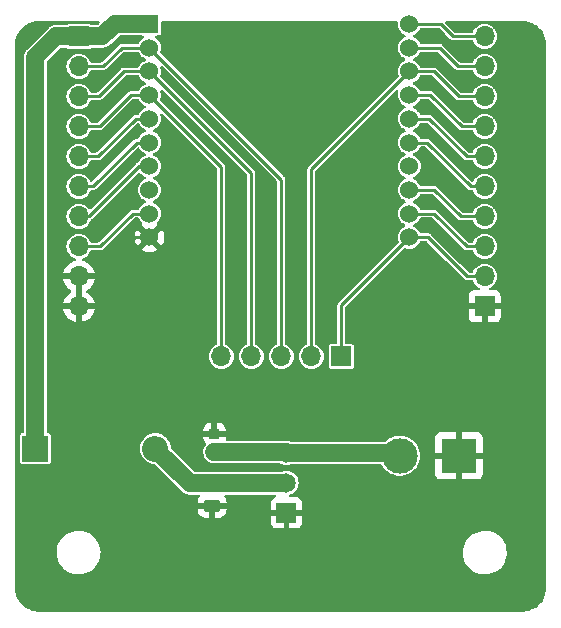
<source format=gtl>
G04 #@! TF.GenerationSoftware,KiCad,Pcbnew,7.0.8*
G04 #@! TF.CreationDate,2025-02-11T22:02:48-06:00*
G04 #@! TF.ProjectId,XBeeBreakoutBoard,58426565-4272-4656-916b-6f7574426f61,rev?*
G04 #@! TF.SameCoordinates,Original*
G04 #@! TF.FileFunction,Copper,L1,Top*
G04 #@! TF.FilePolarity,Positive*
%FSLAX46Y46*%
G04 Gerber Fmt 4.6, Leading zero omitted, Abs format (unit mm)*
G04 Created by KiCad (PCBNEW 7.0.8) date 2025-02-11 22:02:48*
%MOMM*%
%LPD*%
G01*
G04 APERTURE LIST*
G04 Aperture macros list*
%AMRoundRect*
0 Rectangle with rounded corners*
0 $1 Rounding radius*
0 $2 $3 $4 $5 $6 $7 $8 $9 X,Y pos of 4 corners*
0 Add a 4 corners polygon primitive as box body*
4,1,4,$2,$3,$4,$5,$6,$7,$8,$9,$2,$3,0*
0 Add four circle primitives for the rounded corners*
1,1,$1+$1,$2,$3*
1,1,$1+$1,$4,$5*
1,1,$1+$1,$6,$7*
1,1,$1+$1,$8,$9*
0 Add four rect primitives between the rounded corners*
20,1,$1+$1,$2,$3,$4,$5,0*
20,1,$1+$1,$4,$5,$6,$7,0*
20,1,$1+$1,$6,$7,$8,$9,0*
20,1,$1+$1,$8,$9,$2,$3,0*%
G04 Aperture macros list end*
G04 #@! TA.AperFunction,ComponentPad*
%ADD10C,1.651000*%
G04 #@! TD*
G04 #@! TA.AperFunction,ComponentPad*
%ADD11R,1.651000X1.651000*%
G04 #@! TD*
G04 #@! TA.AperFunction,ComponentPad*
%ADD12R,2.200000X2.200000*%
G04 #@! TD*
G04 #@! TA.AperFunction,ComponentPad*
%ADD13O,2.200000X2.200000*%
G04 #@! TD*
G04 #@! TA.AperFunction,ComponentPad*
%ADD14R,1.700000X1.700000*%
G04 #@! TD*
G04 #@! TA.AperFunction,ComponentPad*
%ADD15O,1.700000X1.700000*%
G04 #@! TD*
G04 #@! TA.AperFunction,ComponentPad*
%ADD16R,1.530000X1.530000*%
G04 #@! TD*
G04 #@! TA.AperFunction,ComponentPad*
%ADD17C,1.530000*%
G04 #@! TD*
G04 #@! TA.AperFunction,SMDPad,CuDef*
%ADD18RoundRect,0.250000X0.475000X-0.250000X0.475000X0.250000X-0.475000X0.250000X-0.475000X-0.250000X0*%
G04 #@! TD*
G04 #@! TA.AperFunction,ComponentPad*
%ADD19R,3.000000X3.000000*%
G04 #@! TD*
G04 #@! TA.AperFunction,ComponentPad*
%ADD20C,3.000000*%
G04 #@! TD*
G04 #@! TA.AperFunction,SMDPad,CuDef*
%ADD21RoundRect,0.225000X-0.250000X0.225000X-0.250000X-0.225000X0.250000X-0.225000X0.250000X0.225000X0*%
G04 #@! TD*
G04 #@! TA.AperFunction,ViaPad*
%ADD22C,0.800000*%
G04 #@! TD*
G04 #@! TA.AperFunction,Conductor*
%ADD23C,1.500000*%
G04 #@! TD*
G04 #@! TA.AperFunction,Conductor*
%ADD24C,0.250000*%
G04 #@! TD*
G04 APERTURE END LIST*
D10*
X140000000Y-91560000D03*
X140000000Y-94100000D03*
D11*
X140000000Y-96640000D03*
D12*
X118740000Y-91200000D03*
D13*
X128900000Y-91200000D03*
D14*
X144640000Y-83400000D03*
D15*
X142100000Y-83400000D03*
X139560000Y-83400000D03*
X137020000Y-83400000D03*
X134480000Y-83400000D03*
D16*
X128400000Y-55253800D03*
D17*
X128400000Y-57260400D03*
X128400000Y-59267000D03*
X128400000Y-61273600D03*
X128400000Y-63280200D03*
X128400000Y-65286800D03*
X128400000Y-67293400D03*
X128400000Y-69300000D03*
X128400000Y-71306600D03*
X128400000Y-73313200D03*
X150396400Y-73313200D03*
X150396400Y-71306600D03*
X150396400Y-69300000D03*
X150396400Y-67293400D03*
X150396400Y-65286800D03*
X150396400Y-63280200D03*
X150396400Y-61273600D03*
X150396400Y-59267000D03*
X150396400Y-57260400D03*
X150396400Y-55253800D03*
D14*
X156775000Y-79160000D03*
D15*
X156775000Y-76620000D03*
X156775000Y-74080000D03*
X156775000Y-71540000D03*
X156775000Y-69000000D03*
X156775000Y-66460000D03*
X156775000Y-63920000D03*
X156775000Y-61380000D03*
X156775000Y-58840000D03*
X156775000Y-56300000D03*
D18*
X133700000Y-96050000D03*
X133700000Y-94150000D03*
D14*
X122425000Y-56300000D03*
D15*
X122425000Y-58840000D03*
X122425000Y-61380000D03*
X122425000Y-63920000D03*
X122425000Y-66460000D03*
X122425000Y-69000000D03*
X122425000Y-71540000D03*
X122425000Y-74080000D03*
X122425000Y-76620000D03*
X122425000Y-79160000D03*
D19*
X154600000Y-91800000D03*
D20*
X149600000Y-91800000D03*
D21*
X133900000Y-89950000D03*
X133900000Y-91500000D03*
D22*
X133058200Y-79929800D03*
X143218200Y-74849800D03*
X133058200Y-69769800D03*
X148298200Y-69769800D03*
X138138200Y-64689800D03*
X133058200Y-85009800D03*
X153378200Y-85009800D03*
X138138200Y-100249800D03*
X143218200Y-69769800D03*
X138138200Y-59609800D03*
X148298200Y-79929800D03*
X158458200Y-95169800D03*
X133058200Y-100249800D03*
X133058200Y-59609800D03*
X127978200Y-85009800D03*
X158458200Y-85009800D03*
X143218200Y-79929800D03*
X138138200Y-79929800D03*
X122898200Y-95169800D03*
X127978200Y-95169800D03*
X143218200Y-59609800D03*
X127978200Y-100249800D03*
X143218200Y-100249800D03*
X148298200Y-100249800D03*
X138138200Y-74849800D03*
X138138200Y-69769800D03*
X127978200Y-79929800D03*
X148298200Y-85009800D03*
X158458200Y-90089800D03*
X148298200Y-64689800D03*
X122898200Y-85009800D03*
X117818200Y-95169800D03*
X143218200Y-95169800D03*
X133058200Y-74849800D03*
X117818200Y-100249800D03*
X153378200Y-79929800D03*
X153378200Y-100249800D03*
X153378200Y-95169800D03*
X122898200Y-90089800D03*
X148298200Y-95169800D03*
D23*
X139950000Y-94150000D02*
X140000000Y-94100000D01*
X128900000Y-91200000D02*
X131850000Y-94150000D01*
X133700000Y-94150000D02*
X139950000Y-94150000D01*
X131850000Y-94150000D02*
X133700000Y-94150000D01*
X149360000Y-91560000D02*
X149600000Y-91800000D01*
X139940000Y-91500000D02*
X140000000Y-91560000D01*
X140000000Y-91560000D02*
X149360000Y-91560000D01*
X133900000Y-91500000D02*
X139940000Y-91500000D01*
D24*
X139560000Y-68420400D02*
X128400000Y-57260400D01*
X124460000Y-58840000D02*
X126039600Y-57260400D01*
X139560000Y-83400000D02*
X139560000Y-68420400D01*
X126039600Y-57260400D02*
X128400000Y-57260400D01*
X122425000Y-58840000D02*
X124460000Y-58840000D01*
X126233000Y-59267000D02*
X128400000Y-59267000D01*
X137020000Y-67887000D02*
X128400000Y-59267000D01*
X122425000Y-61380000D02*
X124120000Y-61380000D01*
X137020000Y-83400000D02*
X137020000Y-67887000D01*
X124120000Y-61380000D02*
X126233000Y-59267000D01*
X126826400Y-61273600D02*
X128400000Y-61273600D01*
X122425000Y-63920000D02*
X124180000Y-63920000D01*
X134480000Y-83400000D02*
X134480000Y-67353600D01*
X124180000Y-63920000D02*
X126826400Y-61273600D01*
X134480000Y-67353600D02*
X128400000Y-61273600D01*
X122425000Y-69000000D02*
X123600000Y-69000000D01*
X127313200Y-65286800D02*
X128400000Y-65286800D01*
X123600000Y-69000000D02*
X127313200Y-65286800D01*
X123260000Y-71540000D02*
X127506600Y-67293400D01*
X127506600Y-67293400D02*
X128400000Y-67293400D01*
X122425000Y-71540000D02*
X123260000Y-71540000D01*
X124220000Y-74080000D02*
X126993400Y-71306600D01*
X126993400Y-71306600D02*
X128400000Y-71306600D01*
X122425000Y-74080000D02*
X124220000Y-74080000D01*
X122425000Y-76620000D02*
X123880000Y-76620000D01*
X123880000Y-76620000D02*
X127186800Y-73313200D01*
X127186800Y-73313200D02*
X128400000Y-73313200D01*
X152173600Y-61273600D02*
X154820000Y-63920000D01*
X154820000Y-63920000D02*
X156775000Y-63920000D01*
X150396400Y-61273600D02*
X152173600Y-61273600D01*
X150396400Y-71306600D02*
X152506600Y-71306600D01*
X155280000Y-74080000D02*
X156775000Y-74080000D01*
X152506600Y-71306600D02*
X155280000Y-74080000D01*
X152500000Y-69300000D02*
X154740000Y-71540000D01*
X154740000Y-71540000D02*
X156775000Y-71540000D01*
X150396400Y-69300000D02*
X152500000Y-69300000D01*
X151886800Y-65286800D02*
X155600000Y-69000000D01*
X150396400Y-65286800D02*
X151886800Y-65286800D01*
X155600000Y-69000000D02*
X156775000Y-69000000D01*
X150396400Y-63280200D02*
X152080200Y-63280200D01*
X155260000Y-66460000D02*
X156775000Y-66460000D01*
X152080200Y-63280200D02*
X155260000Y-66460000D01*
X154580000Y-61380000D02*
X156775000Y-61380000D01*
X152467000Y-59267000D02*
X154580000Y-61380000D01*
X150396400Y-59267000D02*
X152467000Y-59267000D01*
X142100000Y-67563400D02*
X150396400Y-59267000D01*
X142100000Y-83400000D02*
X142100000Y-67563400D01*
X156775000Y-56300000D02*
X154100000Y-56300000D01*
X154100000Y-56300000D02*
X153053800Y-55253800D01*
X153053800Y-55253800D02*
X150396400Y-55253800D01*
X150396400Y-57260400D02*
X152960400Y-57260400D01*
X154540000Y-58840000D02*
X156775000Y-58840000D01*
X152960400Y-57260400D02*
X154540000Y-58840000D01*
X155320000Y-76620000D02*
X156775000Y-76620000D01*
X150396400Y-73313200D02*
X152013200Y-73313200D01*
X144640000Y-79069600D02*
X150396400Y-73313200D01*
X144640000Y-83400000D02*
X144640000Y-79069600D01*
X152013200Y-73313200D02*
X155320000Y-76620000D01*
D23*
X128400000Y-55253800D02*
X125446200Y-55253800D01*
X120500000Y-56300000D02*
X118740000Y-58060000D01*
X122425000Y-56300000D02*
X120500000Y-56300000D01*
X122425000Y-56300000D02*
X124400000Y-56300000D01*
X124400000Y-56300000D02*
X125446200Y-55253800D01*
X118740000Y-58060000D02*
X118740000Y-91200000D01*
D24*
X124040000Y-66460000D02*
X127219800Y-63280200D01*
X122425000Y-66460000D02*
X124040000Y-66460000D01*
X127219800Y-63280200D02*
X128400000Y-63280200D01*
G04 #@! TA.AperFunction,Conductor*
G36*
X124123467Y-55019685D02*
G01*
X124169222Y-55072489D01*
X124179166Y-55141647D01*
X124150141Y-55205203D01*
X124144109Y-55211681D01*
X124042609Y-55313181D01*
X123981286Y-55346666D01*
X123954928Y-55349500D01*
X123514967Y-55349500D01*
X123447928Y-55329815D01*
X123427286Y-55313181D01*
X123419553Y-55305448D01*
X123353230Y-55261132D01*
X123353229Y-55261131D01*
X123294752Y-55249500D01*
X123294748Y-55249500D01*
X121555252Y-55249500D01*
X121555247Y-55249500D01*
X121496770Y-55261131D01*
X121496769Y-55261132D01*
X121430446Y-55305448D01*
X121422714Y-55313181D01*
X121361391Y-55346666D01*
X121335033Y-55349500D01*
X120512064Y-55349500D01*
X120427455Y-55347356D01*
X120427450Y-55347356D01*
X120370212Y-55357614D01*
X120365548Y-55358268D01*
X120307685Y-55364154D01*
X120307681Y-55364154D01*
X120307679Y-55364155D01*
X120307676Y-55364155D01*
X120307671Y-55364157D01*
X120276733Y-55373864D01*
X120269106Y-55375735D01*
X120237176Y-55381458D01*
X120237170Y-55381460D01*
X120183154Y-55403036D01*
X120178716Y-55404616D01*
X120123233Y-55422025D01*
X120123226Y-55422028D01*
X120094875Y-55437764D01*
X120087781Y-55441133D01*
X120057650Y-55453170D01*
X120009091Y-55485173D01*
X120005062Y-55487614D01*
X119954207Y-55515841D01*
X119954206Y-55515843D01*
X119929596Y-55536970D01*
X119923324Y-55541699D01*
X119896239Y-55559549D01*
X119896236Y-55559551D01*
X119855120Y-55600668D01*
X119851666Y-55603870D01*
X119807529Y-55641762D01*
X119787675Y-55667410D01*
X119782484Y-55673304D01*
X118076417Y-57379372D01*
X118015084Y-57437672D01*
X118015082Y-57437675D01*
X117981855Y-57485411D01*
X117979020Y-57489172D01*
X117942265Y-57534250D01*
X117927248Y-57562998D01*
X117923179Y-57569714D01*
X117904646Y-57596342D01*
X117904646Y-57596343D01*
X117881711Y-57649789D01*
X117879689Y-57654046D01*
X117852764Y-57705591D01*
X117852762Y-57705595D01*
X117843839Y-57736776D01*
X117841206Y-57744172D01*
X117828412Y-57773987D01*
X117828412Y-57773988D01*
X117816703Y-57830960D01*
X117815580Y-57835534D01*
X117799583Y-57891448D01*
X117799581Y-57891454D01*
X117797120Y-57923791D01*
X117796029Y-57931572D01*
X117789500Y-57963343D01*
X117789500Y-58021502D01*
X117789321Y-58026211D01*
X117784904Y-58084201D01*
X117786804Y-58099120D01*
X117789003Y-58116385D01*
X117789500Y-58124214D01*
X117789500Y-89775500D01*
X117769815Y-89842539D01*
X117717011Y-89888294D01*
X117665500Y-89899500D01*
X117620247Y-89899500D01*
X117561770Y-89911131D01*
X117561769Y-89911132D01*
X117495447Y-89955447D01*
X117451132Y-90021769D01*
X117451131Y-90021770D01*
X117439500Y-90080247D01*
X117439500Y-92319752D01*
X117451131Y-92378229D01*
X117451132Y-92378230D01*
X117495447Y-92444552D01*
X117561769Y-92488867D01*
X117561770Y-92488868D01*
X117620247Y-92500499D01*
X117620250Y-92500500D01*
X117620252Y-92500500D01*
X119859750Y-92500500D01*
X119859751Y-92500499D01*
X119874568Y-92497552D01*
X119918229Y-92488868D01*
X119918229Y-92488867D01*
X119918231Y-92488867D01*
X119984552Y-92444552D01*
X120028867Y-92378231D01*
X120028867Y-92378229D01*
X120028868Y-92378229D01*
X120040499Y-92319752D01*
X120040500Y-92319750D01*
X120040500Y-91200001D01*
X127594532Y-91200001D01*
X127614364Y-91426686D01*
X127614366Y-91426697D01*
X127673258Y-91646488D01*
X127673261Y-91646497D01*
X127769431Y-91852732D01*
X127769432Y-91852734D01*
X127899954Y-92039141D01*
X128060858Y-92200045D01*
X128060861Y-92200047D01*
X128247266Y-92330568D01*
X128453504Y-92426739D01*
X128673308Y-92485635D01*
X128812583Y-92497819D01*
X128877651Y-92523271D01*
X128889456Y-92533666D01*
X131169372Y-94813582D01*
X131227674Y-94874917D01*
X131275414Y-94908145D01*
X131279161Y-94910970D01*
X131300531Y-94928395D01*
X131324244Y-94947731D01*
X131324247Y-94947733D01*
X131352995Y-94962749D01*
X131359716Y-94966821D01*
X131378046Y-94979578D01*
X131386342Y-94985353D01*
X131439800Y-95008293D01*
X131444047Y-95010311D01*
X131495594Y-95037237D01*
X131526781Y-95046160D01*
X131534169Y-95048790D01*
X131563988Y-95061587D01*
X131620986Y-95073299D01*
X131625526Y-95074415D01*
X131681448Y-95090417D01*
X131713805Y-95092880D01*
X131721559Y-95093967D01*
X131753344Y-95100500D01*
X131811503Y-95100500D01*
X131816209Y-95100678D01*
X131839216Y-95102430D01*
X131874201Y-95105095D01*
X131874201Y-95105094D01*
X131874203Y-95105095D01*
X131906385Y-95100996D01*
X131914215Y-95100500D01*
X132564477Y-95100500D01*
X132631516Y-95120185D01*
X132677271Y-95172989D01*
X132687215Y-95242147D01*
X132658190Y-95305703D01*
X132652158Y-95312181D01*
X132632684Y-95331654D01*
X132540643Y-95480875D01*
X132540641Y-95480880D01*
X132485494Y-95647302D01*
X132485493Y-95647309D01*
X132475000Y-95750013D01*
X132475000Y-95800000D01*
X134924999Y-95800000D01*
X134924999Y-95750028D01*
X134924998Y-95750013D01*
X134914505Y-95647302D01*
X134859358Y-95480880D01*
X134859356Y-95480875D01*
X134767315Y-95331654D01*
X134747842Y-95312181D01*
X134714357Y-95250858D01*
X134719341Y-95181166D01*
X134761213Y-95125233D01*
X134826677Y-95100816D01*
X134835523Y-95100500D01*
X138970758Y-95100500D01*
X139037797Y-95120185D01*
X139083552Y-95172989D01*
X139093496Y-95242147D01*
X139064471Y-95305703D01*
X139014091Y-95340682D01*
X138932413Y-95371145D01*
X138932406Y-95371149D01*
X138817312Y-95457309D01*
X138817309Y-95457312D01*
X138731149Y-95572406D01*
X138731145Y-95572413D01*
X138680903Y-95707120D01*
X138680901Y-95707127D01*
X138674500Y-95766655D01*
X138674500Y-96390000D01*
X139484966Y-96390000D01*
X139443210Y-96490809D01*
X139423569Y-96640000D01*
X139443210Y-96789191D01*
X139484967Y-96890000D01*
X138674500Y-96890000D01*
X138674500Y-97513344D01*
X138680901Y-97572872D01*
X138680903Y-97572879D01*
X138731145Y-97707586D01*
X138731149Y-97707593D01*
X138817309Y-97822687D01*
X138817312Y-97822690D01*
X138932406Y-97908850D01*
X138932413Y-97908854D01*
X139067120Y-97959096D01*
X139067127Y-97959098D01*
X139126655Y-97965499D01*
X139126672Y-97965500D01*
X139750000Y-97965500D01*
X139750000Y-97155033D01*
X139850809Y-97196790D01*
X139962545Y-97211500D01*
X140037455Y-97211500D01*
X140149191Y-97196790D01*
X140250000Y-97155033D01*
X140250000Y-97965500D01*
X140873328Y-97965500D01*
X140873344Y-97965499D01*
X140932872Y-97959098D01*
X140932879Y-97959096D01*
X141067586Y-97908854D01*
X141067593Y-97908850D01*
X141182687Y-97822690D01*
X141182690Y-97822687D01*
X141268850Y-97707593D01*
X141268854Y-97707586D01*
X141319096Y-97572879D01*
X141319098Y-97572872D01*
X141325499Y-97513344D01*
X141325500Y-97513327D01*
X141325500Y-96890000D01*
X140515034Y-96890000D01*
X140556790Y-96789191D01*
X140576431Y-96640000D01*
X140556790Y-96490809D01*
X140515033Y-96390000D01*
X141325500Y-96390000D01*
X141325500Y-95766672D01*
X141325499Y-95766655D01*
X141319098Y-95707127D01*
X141319096Y-95707120D01*
X141268854Y-95572413D01*
X141268850Y-95572406D01*
X141182690Y-95457312D01*
X141182687Y-95457309D01*
X141067593Y-95371149D01*
X141067586Y-95371145D01*
X140932879Y-95320903D01*
X140932872Y-95320901D01*
X140873344Y-95314500D01*
X140366730Y-95314500D01*
X140299691Y-95294815D01*
X140253936Y-95242011D01*
X140243992Y-95172853D01*
X140273017Y-95109297D01*
X140330733Y-95071840D01*
X140394533Y-95052487D01*
X140438345Y-95029068D01*
X140572767Y-94957219D01*
X140572769Y-94957216D01*
X140572773Y-94957215D01*
X140729002Y-94829002D01*
X140857215Y-94672773D01*
X140857216Y-94672769D01*
X140857219Y-94672767D01*
X140952483Y-94494540D01*
X140952487Y-94494533D01*
X141011154Y-94301131D01*
X141030964Y-94100000D01*
X141011154Y-93898869D01*
X140952487Y-93705467D01*
X140952483Y-93705459D01*
X140857219Y-93527232D01*
X140857214Y-93527226D01*
X140729002Y-93370997D01*
X140572773Y-93242785D01*
X140572767Y-93242780D01*
X140394540Y-93147516D01*
X140394537Y-93147515D01*
X140394536Y-93147514D01*
X140394533Y-93147513D01*
X140201131Y-93088846D01*
X140201129Y-93088845D01*
X140201131Y-93088845D01*
X140000000Y-93069036D01*
X139798870Y-93088845D01*
X139605463Y-93147514D01*
X139535600Y-93184858D01*
X139477146Y-93199500D01*
X132295072Y-93199500D01*
X132228033Y-93179815D01*
X132207391Y-93163181D01*
X130233666Y-91189456D01*
X130200181Y-91128133D01*
X130197820Y-91112590D01*
X130185635Y-90973308D01*
X130126739Y-90753504D01*
X130030568Y-90547266D01*
X129900047Y-90360861D01*
X129900045Y-90360858D01*
X129762509Y-90223322D01*
X132925001Y-90223322D01*
X132935144Y-90322607D01*
X132988452Y-90483481D01*
X132988457Y-90483492D01*
X133077424Y-90627728D01*
X133077427Y-90627732D01*
X133166926Y-90717231D01*
X133200411Y-90778554D01*
X133195427Y-90848246D01*
X133177302Y-90880812D01*
X133089205Y-90994626D01*
X133089203Y-90994628D01*
X133004068Y-91168187D01*
X132955616Y-91355317D01*
X132955615Y-91355323D01*
X132945824Y-91548390D01*
X132975095Y-91739466D01*
X132975098Y-91739478D01*
X133042234Y-91920748D01*
X133042238Y-91920757D01*
X133144488Y-92084803D01*
X133144489Y-92084804D01*
X133144491Y-92084807D01*
X133277677Y-92224919D01*
X133436342Y-92335353D01*
X133613988Y-92411587D01*
X133803344Y-92450500D01*
X139458438Y-92450500D01*
X139516890Y-92465141D01*
X139561279Y-92488868D01*
X139601749Y-92510500D01*
X139605467Y-92512487D01*
X139798869Y-92571154D01*
X139798868Y-92571154D01*
X139812535Y-92572500D01*
X140000000Y-92590964D01*
X140201131Y-92571154D01*
X140383483Y-92515838D01*
X140419477Y-92510500D01*
X147975048Y-92510500D01*
X148042087Y-92530185D01*
X148082435Y-92572500D01*
X148191041Y-92760612D01*
X148349950Y-92959877D01*
X148536783Y-93133232D01*
X148747366Y-93276805D01*
X148747371Y-93276807D01*
X148747372Y-93276808D01*
X148747373Y-93276809D01*
X148869328Y-93335538D01*
X148976992Y-93387387D01*
X148976993Y-93387387D01*
X148976996Y-93387389D01*
X149220542Y-93462513D01*
X149472565Y-93500500D01*
X149727435Y-93500500D01*
X149979458Y-93462513D01*
X150223004Y-93387389D01*
X150305120Y-93347844D01*
X152600000Y-93347844D01*
X152606401Y-93407372D01*
X152606403Y-93407379D01*
X152656645Y-93542086D01*
X152656649Y-93542093D01*
X152742809Y-93657187D01*
X152742812Y-93657190D01*
X152857906Y-93743350D01*
X152857913Y-93743354D01*
X152992620Y-93793596D01*
X152992627Y-93793598D01*
X153052155Y-93799999D01*
X153052172Y-93800000D01*
X154350000Y-93800000D01*
X154350000Y-92665085D01*
X154411849Y-92685182D01*
X154552836Y-92700000D01*
X154647164Y-92700000D01*
X154788151Y-92685182D01*
X154850000Y-92665085D01*
X154850000Y-93800000D01*
X156147828Y-93800000D01*
X156147844Y-93799999D01*
X156207372Y-93793598D01*
X156207379Y-93793596D01*
X156342086Y-93743354D01*
X156342093Y-93743350D01*
X156457187Y-93657190D01*
X156457190Y-93657187D01*
X156543350Y-93542093D01*
X156543354Y-93542086D01*
X156593596Y-93407379D01*
X156593598Y-93407372D01*
X156599999Y-93347844D01*
X156600000Y-93347827D01*
X156600000Y-92050000D01*
X155466967Y-92050000D01*
X155500000Y-91894594D01*
X155500000Y-91705406D01*
X155466967Y-91550000D01*
X156600000Y-91550000D01*
X156600000Y-90252172D01*
X156599999Y-90252155D01*
X156593598Y-90192627D01*
X156593596Y-90192620D01*
X156543354Y-90057913D01*
X156543350Y-90057906D01*
X156457190Y-89942812D01*
X156457187Y-89942809D01*
X156342093Y-89856649D01*
X156342086Y-89856645D01*
X156207379Y-89806403D01*
X156207372Y-89806401D01*
X156147844Y-89800000D01*
X154850000Y-89800000D01*
X154850000Y-90934914D01*
X154788151Y-90914818D01*
X154647164Y-90900000D01*
X154552836Y-90900000D01*
X154411849Y-90914818D01*
X154350000Y-90934914D01*
X154350000Y-89800000D01*
X153052155Y-89800000D01*
X152992627Y-89806401D01*
X152992620Y-89806403D01*
X152857913Y-89856645D01*
X152857906Y-89856649D01*
X152742812Y-89942809D01*
X152742809Y-89942812D01*
X152656649Y-90057906D01*
X152656645Y-90057913D01*
X152606403Y-90192620D01*
X152606401Y-90192627D01*
X152600000Y-90252155D01*
X152600000Y-91550000D01*
X153733033Y-91550000D01*
X153700000Y-91705406D01*
X153700000Y-91894594D01*
X153733033Y-92050000D01*
X152600000Y-92050000D01*
X152600000Y-93347844D01*
X150305120Y-93347844D01*
X150452634Y-93276805D01*
X150663217Y-93133232D01*
X150850050Y-92959877D01*
X151008959Y-92760612D01*
X151136393Y-92539888D01*
X151229508Y-92302637D01*
X151286222Y-92054157D01*
X151301316Y-91852734D01*
X151305268Y-91800004D01*
X151305268Y-91799995D01*
X151291663Y-91618459D01*
X151286222Y-91545843D01*
X151229508Y-91297363D01*
X151136393Y-91060112D01*
X151008959Y-90839388D01*
X150850050Y-90640123D01*
X150663217Y-90466768D01*
X150452634Y-90323195D01*
X150452630Y-90323193D01*
X150452627Y-90323191D01*
X150452626Y-90323190D01*
X150223006Y-90212612D01*
X150223008Y-90212612D01*
X149979466Y-90137489D01*
X149979462Y-90137488D01*
X149979458Y-90137487D01*
X149858231Y-90119214D01*
X149727440Y-90099500D01*
X149727435Y-90099500D01*
X149472565Y-90099500D01*
X149472559Y-90099500D01*
X149315609Y-90123157D01*
X149220542Y-90137487D01*
X149220539Y-90137488D01*
X149220533Y-90137489D01*
X148976992Y-90212612D01*
X148747373Y-90323190D01*
X148747372Y-90323191D01*
X148536782Y-90466768D01*
X148469674Y-90529036D01*
X148431825Y-90564155D01*
X148418629Y-90576399D01*
X148356097Y-90607567D01*
X148334288Y-90609500D01*
X140419477Y-90609500D01*
X140383483Y-90604161D01*
X140201131Y-90548846D01*
X140201129Y-90548845D01*
X140201131Y-90548845D01*
X140007909Y-90529815D01*
X140000000Y-90529036D01*
X139999999Y-90529036D01*
X139795261Y-90549201D01*
X139789180Y-90549500D01*
X134961391Y-90549500D01*
X134894352Y-90529815D01*
X134848597Y-90477011D01*
X134838653Y-90407853D01*
X134843685Y-90386496D01*
X134864855Y-90322606D01*
X134874999Y-90223322D01*
X134875000Y-90223309D01*
X134875000Y-90200000D01*
X132925001Y-90200000D01*
X132925001Y-90223322D01*
X129762509Y-90223322D01*
X129739141Y-90199954D01*
X129552734Y-90069432D01*
X129552732Y-90069431D01*
X129346497Y-89973261D01*
X129346488Y-89973258D01*
X129126697Y-89914366D01*
X129126693Y-89914365D01*
X129126692Y-89914365D01*
X129126691Y-89914364D01*
X129126686Y-89914364D01*
X128900002Y-89894532D01*
X128899998Y-89894532D01*
X128673313Y-89914364D01*
X128673302Y-89914366D01*
X128453511Y-89973258D01*
X128453502Y-89973261D01*
X128247267Y-90069431D01*
X128247265Y-90069432D01*
X128060858Y-90199954D01*
X127899954Y-90360858D01*
X127769432Y-90547265D01*
X127769431Y-90547267D01*
X127673261Y-90753502D01*
X127673258Y-90753511D01*
X127614366Y-90973302D01*
X127614364Y-90973313D01*
X127594532Y-91199998D01*
X127594532Y-91200001D01*
X120040500Y-91200001D01*
X120040500Y-90080249D01*
X120040499Y-90080247D01*
X120028868Y-90021770D01*
X120028867Y-90021769D01*
X119984552Y-89955447D01*
X119918230Y-89911132D01*
X119918229Y-89911131D01*
X119859752Y-89899500D01*
X119859748Y-89899500D01*
X119814500Y-89899500D01*
X119747461Y-89879815D01*
X119701706Y-89827011D01*
X119690500Y-89775500D01*
X119690500Y-89700000D01*
X132925000Y-89700000D01*
X133650000Y-89700000D01*
X133650000Y-89000000D01*
X134150000Y-89000000D01*
X134150000Y-89700000D01*
X134874999Y-89700000D01*
X134874999Y-89676692D01*
X134874998Y-89676677D01*
X134864855Y-89577392D01*
X134811547Y-89416518D01*
X134811542Y-89416507D01*
X134722575Y-89272271D01*
X134722572Y-89272267D01*
X134602732Y-89152427D01*
X134602728Y-89152424D01*
X134458492Y-89063457D01*
X134458481Y-89063452D01*
X134297606Y-89010144D01*
X134198322Y-89000000D01*
X134150000Y-89000000D01*
X133650000Y-89000000D01*
X133649999Y-88999999D01*
X133601693Y-89000000D01*
X133601675Y-89000001D01*
X133502392Y-89010144D01*
X133341518Y-89063452D01*
X133341507Y-89063457D01*
X133197271Y-89152424D01*
X133197267Y-89152427D01*
X133077427Y-89272267D01*
X133077424Y-89272271D01*
X132988457Y-89416507D01*
X132988452Y-89416518D01*
X132935144Y-89577393D01*
X132925000Y-89676677D01*
X132925000Y-89700000D01*
X119690500Y-89700000D01*
X119690500Y-58505072D01*
X119710185Y-58438033D01*
X119726819Y-58417391D01*
X120857391Y-57286819D01*
X120918714Y-57253334D01*
X120945072Y-57250500D01*
X121335033Y-57250500D01*
X121402072Y-57270185D01*
X121422714Y-57286819D01*
X121430446Y-57294551D01*
X121496769Y-57338867D01*
X121496770Y-57338868D01*
X121555247Y-57350499D01*
X121555250Y-57350500D01*
X121555252Y-57350500D01*
X123294750Y-57350500D01*
X123294751Y-57350499D01*
X123309568Y-57347552D01*
X123353229Y-57338868D01*
X123353229Y-57338867D01*
X123353231Y-57338867D01*
X123419552Y-57294552D01*
X123419553Y-57294551D01*
X123427286Y-57286819D01*
X123488609Y-57253334D01*
X123514967Y-57250500D01*
X124387937Y-57250500D01*
X124472539Y-57252644D01*
X124472539Y-57252643D01*
X124472546Y-57252644D01*
X124529818Y-57242378D01*
X124534432Y-57241731D01*
X124592321Y-57235845D01*
X124623286Y-57226128D01*
X124630886Y-57224263D01*
X124662828Y-57218539D01*
X124716830Y-57196967D01*
X124721267Y-57195387D01*
X124725957Y-57193915D01*
X124776768Y-57177974D01*
X124805134Y-57162228D01*
X124812214Y-57158866D01*
X124842348Y-57146830D01*
X124890917Y-57114818D01*
X124894926Y-57112389D01*
X124945791Y-57084159D01*
X124970408Y-57063023D01*
X124976672Y-57058301D01*
X125003759Y-57040451D01*
X125044906Y-56999302D01*
X125048325Y-56996134D01*
X125092468Y-56958240D01*
X125112328Y-56932581D01*
X125117499Y-56926709D01*
X125803591Y-56240619D01*
X125864914Y-56207134D01*
X125891272Y-56204300D01*
X127527627Y-56204300D01*
X127551818Y-56206683D01*
X127615247Y-56219299D01*
X127615250Y-56219300D01*
X127804554Y-56219300D01*
X127871593Y-56238985D01*
X127917348Y-56291789D01*
X127927292Y-56360947D01*
X127898267Y-56424503D01*
X127866010Y-56450259D01*
X127866068Y-56450345D01*
X127865056Y-56451020D01*
X127863005Y-56452659D01*
X127861006Y-56453727D01*
X127860999Y-56453731D01*
X127713984Y-56574384D01*
X127593332Y-56721399D01*
X127593331Y-56721401D01*
X127514248Y-56869354D01*
X127465287Y-56919197D01*
X127404891Y-56934900D01*
X126056522Y-56934900D01*
X126051118Y-56934664D01*
X126045707Y-56934190D01*
X126010792Y-56931135D01*
X126010791Y-56931135D01*
X125971691Y-56941612D01*
X125966411Y-56942783D01*
X125926559Y-56949810D01*
X125921561Y-56951629D01*
X125904717Y-56958606D01*
X125899913Y-56960846D01*
X125866766Y-56984056D01*
X125862206Y-56986962D01*
X125827148Y-57007204D01*
X125827140Y-57007210D01*
X125801123Y-57038215D01*
X125797468Y-57042204D01*
X125065686Y-57773988D01*
X124361493Y-58478181D01*
X124300170Y-58511666D01*
X124273812Y-58514500D01*
X123515583Y-58514500D01*
X123448544Y-58494815D01*
X123402789Y-58442011D01*
X123401021Y-58437951D01*
X123400233Y-58436051D01*
X123400232Y-58436046D01*
X123302685Y-58253550D01*
X123221267Y-58154341D01*
X123171410Y-58093589D01*
X123053677Y-57996969D01*
X123011450Y-57962315D01*
X122828954Y-57864768D01*
X122630934Y-57804700D01*
X122630932Y-57804699D01*
X122630934Y-57804699D01*
X122425000Y-57784417D01*
X122219067Y-57804699D01*
X122021043Y-57864769D01*
X121971120Y-57891454D01*
X121838550Y-57962315D01*
X121838548Y-57962316D01*
X121838547Y-57962317D01*
X121678589Y-58093589D01*
X121581471Y-58211930D01*
X121547315Y-58253550D01*
X121537752Y-58271441D01*
X121449769Y-58436043D01*
X121389699Y-58634067D01*
X121369417Y-58840000D01*
X121389699Y-59045932D01*
X121410175Y-59113432D01*
X121449768Y-59243954D01*
X121547315Y-59426450D01*
X121547317Y-59426452D01*
X121678589Y-59586410D01*
X121765880Y-59658047D01*
X121838550Y-59717685D01*
X122021046Y-59815232D01*
X122219066Y-59875300D01*
X122219065Y-59875300D01*
X122237529Y-59877118D01*
X122425000Y-59895583D01*
X122630934Y-59875300D01*
X122828954Y-59815232D01*
X123011450Y-59717685D01*
X123171410Y-59586410D01*
X123302685Y-59426450D01*
X123400232Y-59243954D01*
X123400234Y-59243945D01*
X123401021Y-59242049D01*
X123401701Y-59241203D01*
X123403104Y-59238581D01*
X123403601Y-59238846D01*
X123444862Y-59187645D01*
X123511156Y-59165579D01*
X123515583Y-59165500D01*
X124443078Y-59165500D01*
X124448481Y-59165735D01*
X124488807Y-59169264D01*
X124527940Y-59158777D01*
X124533162Y-59157619D01*
X124573045Y-59150588D01*
X124573050Y-59150584D01*
X124578099Y-59148747D01*
X124594824Y-59141819D01*
X124599681Y-59139554D01*
X124599684Y-59139554D01*
X124632841Y-59116335D01*
X124637390Y-59113438D01*
X124672455Y-59093194D01*
X124672459Y-59093190D01*
X124698476Y-59062182D01*
X124702122Y-59058202D01*
X126138107Y-57622219D01*
X126199430Y-57588734D01*
X126225788Y-57585900D01*
X127404891Y-57585900D01*
X127471930Y-57605585D01*
X127514248Y-57651445D01*
X127593331Y-57799399D01*
X127611677Y-57821753D01*
X127713984Y-57946415D01*
X127805478Y-58021502D01*
X127861001Y-58067069D01*
X128024279Y-58154342D01*
X128074122Y-58203304D01*
X128089583Y-58271441D01*
X128065752Y-58337121D01*
X128024280Y-58373056D01*
X127896881Y-58441153D01*
X127860999Y-58460332D01*
X127713984Y-58580984D01*
X127593332Y-58727999D01*
X127593331Y-58728001D01*
X127514248Y-58875954D01*
X127465287Y-58925797D01*
X127404891Y-58941500D01*
X126249913Y-58941500D01*
X126244511Y-58941264D01*
X126237126Y-58940618D01*
X126204192Y-58937736D01*
X126204191Y-58937736D01*
X126165099Y-58948211D01*
X126159819Y-58949382D01*
X126119954Y-58956412D01*
X126114962Y-58958229D01*
X126098117Y-58965206D01*
X126093313Y-58967446D01*
X126060163Y-58990658D01*
X126055602Y-58993564D01*
X126020548Y-59013804D01*
X126020545Y-59013806D01*
X126020543Y-59013807D01*
X126020542Y-59013809D01*
X125994523Y-59044815D01*
X125990869Y-59048803D01*
X124021493Y-61018181D01*
X123960170Y-61051666D01*
X123933812Y-61054500D01*
X123515583Y-61054500D01*
X123448544Y-61034815D01*
X123402789Y-60982011D01*
X123401021Y-60977951D01*
X123400233Y-60976051D01*
X123400232Y-60976046D01*
X123302685Y-60793550D01*
X123250702Y-60730209D01*
X123171410Y-60633589D01*
X123011452Y-60502317D01*
X123011453Y-60502317D01*
X123011450Y-60502315D01*
X122828954Y-60404768D01*
X122630934Y-60344700D01*
X122630932Y-60344699D01*
X122630934Y-60344699D01*
X122425000Y-60324417D01*
X122219067Y-60344699D01*
X122021043Y-60404769D01*
X121910898Y-60463643D01*
X121838550Y-60502315D01*
X121838548Y-60502316D01*
X121838547Y-60502317D01*
X121678589Y-60633589D01*
X121547317Y-60793547D01*
X121547315Y-60793550D01*
X121518725Y-60847038D01*
X121449769Y-60976043D01*
X121389699Y-61174067D01*
X121369417Y-61380000D01*
X121389699Y-61585932D01*
X121411057Y-61656341D01*
X121449768Y-61783954D01*
X121547315Y-61966450D01*
X121547317Y-61966452D01*
X121678589Y-62126410D01*
X121772499Y-62203479D01*
X121838550Y-62257685D01*
X122021046Y-62355232D01*
X122219066Y-62415300D01*
X122219065Y-62415300D01*
X122237529Y-62417118D01*
X122425000Y-62435583D01*
X122630934Y-62415300D01*
X122828954Y-62355232D01*
X123011450Y-62257685D01*
X123171410Y-62126410D01*
X123302685Y-61966450D01*
X123400232Y-61783954D01*
X123400234Y-61783945D01*
X123401021Y-61782049D01*
X123401701Y-61781203D01*
X123403104Y-61778581D01*
X123403601Y-61778846D01*
X123444862Y-61727645D01*
X123511156Y-61705579D01*
X123515583Y-61705500D01*
X124103078Y-61705500D01*
X124108481Y-61705735D01*
X124148807Y-61709264D01*
X124187940Y-61698777D01*
X124193162Y-61697619D01*
X124233045Y-61690588D01*
X124233050Y-61690584D01*
X124238099Y-61688747D01*
X124254824Y-61681819D01*
X124259681Y-61679554D01*
X124259684Y-61679554D01*
X124292841Y-61656335D01*
X124297390Y-61653438D01*
X124332455Y-61633194D01*
X124332459Y-61633190D01*
X124347886Y-61614803D01*
X124358481Y-61602176D01*
X124362122Y-61598202D01*
X126331508Y-59628819D01*
X126392831Y-59595334D01*
X126419189Y-59592500D01*
X127404891Y-59592500D01*
X127471930Y-59612185D01*
X127514248Y-59658045D01*
X127593331Y-59805999D01*
X127611677Y-59828353D01*
X127713984Y-59953015D01*
X127816291Y-60036976D01*
X127861001Y-60073669D01*
X128024279Y-60160942D01*
X128074122Y-60209904D01*
X128089583Y-60278041D01*
X128065752Y-60343721D01*
X128024280Y-60379656D01*
X127873442Y-60460280D01*
X127860999Y-60466932D01*
X127713984Y-60587584D01*
X127593332Y-60734599D01*
X127593331Y-60734601D01*
X127514248Y-60882554D01*
X127465287Y-60932397D01*
X127404891Y-60948100D01*
X126843322Y-60948100D01*
X126837918Y-60947864D01*
X126832507Y-60947390D01*
X126797592Y-60944335D01*
X126797591Y-60944335D01*
X126758491Y-60954812D01*
X126753211Y-60955983D01*
X126713359Y-60963010D01*
X126708361Y-60964829D01*
X126691517Y-60971806D01*
X126686713Y-60974046D01*
X126653566Y-60997256D01*
X126649006Y-61000162D01*
X126613948Y-61020404D01*
X126613940Y-61020410D01*
X126587923Y-61051415D01*
X126584268Y-61055404D01*
X125329646Y-62310028D01*
X124081493Y-63558181D01*
X124020170Y-63591666D01*
X123993812Y-63594500D01*
X123515583Y-63594500D01*
X123448544Y-63574815D01*
X123402789Y-63522011D01*
X123401021Y-63517951D01*
X123400233Y-63516051D01*
X123400232Y-63516046D01*
X123302685Y-63333550D01*
X123250702Y-63270209D01*
X123171410Y-63173589D01*
X123033100Y-63060083D01*
X123011450Y-63042315D01*
X122828954Y-62944768D01*
X122630934Y-62884700D01*
X122630932Y-62884699D01*
X122630934Y-62884699D01*
X122425000Y-62864417D01*
X122219067Y-62884699D01*
X122021043Y-62944769D01*
X121950234Y-62982618D01*
X121838550Y-63042315D01*
X121838548Y-63042316D01*
X121838547Y-63042317D01*
X121678589Y-63173589D01*
X121547317Y-63333547D01*
X121449769Y-63516043D01*
X121389699Y-63714067D01*
X121369417Y-63920000D01*
X121389699Y-64125932D01*
X121410175Y-64193432D01*
X121449768Y-64323954D01*
X121547315Y-64506450D01*
X121547317Y-64506452D01*
X121678589Y-64666410D01*
X121775209Y-64745702D01*
X121838550Y-64797685D01*
X122021046Y-64895232D01*
X122219066Y-64955300D01*
X122219065Y-64955300D01*
X122237529Y-64957118D01*
X122425000Y-64975583D01*
X122630934Y-64955300D01*
X122828954Y-64895232D01*
X123011450Y-64797685D01*
X123171410Y-64666410D01*
X123302685Y-64506450D01*
X123400232Y-64323954D01*
X123400234Y-64323945D01*
X123401021Y-64322049D01*
X123401701Y-64321203D01*
X123403104Y-64318581D01*
X123403601Y-64318846D01*
X123444862Y-64267645D01*
X123511156Y-64245579D01*
X123515583Y-64245500D01*
X124163078Y-64245500D01*
X124168481Y-64245735D01*
X124208807Y-64249264D01*
X124247940Y-64238777D01*
X124253162Y-64237619D01*
X124293045Y-64230588D01*
X124293050Y-64230584D01*
X124298099Y-64228747D01*
X124314824Y-64221819D01*
X124319681Y-64219554D01*
X124319684Y-64219554D01*
X124352841Y-64196335D01*
X124357390Y-64193438D01*
X124392455Y-64173194D01*
X124392459Y-64173190D01*
X124418476Y-64142182D01*
X124422122Y-64138202D01*
X126924907Y-61635419D01*
X126986230Y-61601934D01*
X127012588Y-61599100D01*
X127404891Y-61599100D01*
X127471930Y-61618785D01*
X127514248Y-61664645D01*
X127593331Y-61812599D01*
X127593332Y-61812600D01*
X127713984Y-61959615D01*
X127816291Y-62043576D01*
X127861001Y-62080269D01*
X128024279Y-62167542D01*
X128074122Y-62216504D01*
X128089583Y-62284641D01*
X128065752Y-62350321D01*
X128024280Y-62386256D01*
X127873442Y-62466880D01*
X127860999Y-62473532D01*
X127713984Y-62594184D01*
X127593332Y-62741199D01*
X127593331Y-62741201D01*
X127514248Y-62889154D01*
X127465287Y-62938997D01*
X127404891Y-62954700D01*
X127236713Y-62954700D01*
X127231311Y-62954464D01*
X127223926Y-62953818D01*
X127190992Y-62950936D01*
X127190991Y-62950936D01*
X127151899Y-62961411D01*
X127146619Y-62962582D01*
X127106754Y-62969612D01*
X127101762Y-62971429D01*
X127084917Y-62978406D01*
X127080113Y-62980646D01*
X127046963Y-63003858D01*
X127042402Y-63006764D01*
X127007348Y-63027004D01*
X127007345Y-63027006D01*
X127007343Y-63027007D01*
X127007342Y-63027009D01*
X126981323Y-63058015D01*
X126977669Y-63062003D01*
X123941493Y-66098181D01*
X123880170Y-66131666D01*
X123853812Y-66134500D01*
X123515583Y-66134500D01*
X123448544Y-66114815D01*
X123402789Y-66062011D01*
X123401021Y-66057951D01*
X123400233Y-66056051D01*
X123400232Y-66056046D01*
X123302685Y-65873550D01*
X123192615Y-65739428D01*
X123171410Y-65713589D01*
X123011452Y-65582317D01*
X123011453Y-65582317D01*
X123011450Y-65582315D01*
X122828954Y-65484768D01*
X122630934Y-65424700D01*
X122630932Y-65424699D01*
X122630934Y-65424699D01*
X122425000Y-65404417D01*
X122219067Y-65424699D01*
X122021043Y-65484769D01*
X121910898Y-65543643D01*
X121838550Y-65582315D01*
X121838548Y-65582316D01*
X121838547Y-65582317D01*
X121678589Y-65713589D01*
X121547317Y-65873547D01*
X121449769Y-66056043D01*
X121389699Y-66254067D01*
X121369417Y-66460000D01*
X121389699Y-66665932D01*
X121411057Y-66736341D01*
X121449768Y-66863954D01*
X121547315Y-67046450D01*
X121547317Y-67046452D01*
X121678589Y-67206410D01*
X121768756Y-67280407D01*
X121838550Y-67337685D01*
X122021046Y-67435232D01*
X122219066Y-67495300D01*
X122219065Y-67495300D01*
X122237529Y-67497118D01*
X122425000Y-67515583D01*
X122630934Y-67495300D01*
X122828954Y-67435232D01*
X123011450Y-67337685D01*
X123171410Y-67206410D01*
X123302685Y-67046450D01*
X123400232Y-66863954D01*
X123400234Y-66863945D01*
X123401021Y-66862049D01*
X123401701Y-66861203D01*
X123403104Y-66858581D01*
X123403601Y-66858846D01*
X123444862Y-66807645D01*
X123511156Y-66785579D01*
X123515583Y-66785500D01*
X124023078Y-66785500D01*
X124028481Y-66785735D01*
X124068807Y-66789264D01*
X124107940Y-66778777D01*
X124113162Y-66777619D01*
X124153045Y-66770588D01*
X124153050Y-66770584D01*
X124158099Y-66768747D01*
X124174824Y-66761819D01*
X124179681Y-66759554D01*
X124179684Y-66759554D01*
X124212841Y-66736335D01*
X124217390Y-66733438D01*
X124252455Y-66713194D01*
X124252459Y-66713190D01*
X124263537Y-66699986D01*
X124278481Y-66682176D01*
X124282122Y-66678202D01*
X127317594Y-63642732D01*
X127378915Y-63609249D01*
X127448607Y-63614233D01*
X127504540Y-63656105D01*
X127514631Y-63671962D01*
X127593327Y-63819193D01*
X127593331Y-63819200D01*
X127713984Y-63966215D01*
X127816291Y-64050176D01*
X127861001Y-64086869D01*
X128024279Y-64174142D01*
X128074122Y-64223104D01*
X128089583Y-64291241D01*
X128065752Y-64356921D01*
X128024280Y-64392856D01*
X127873442Y-64473480D01*
X127860999Y-64480132D01*
X127713984Y-64600784D01*
X127593332Y-64747799D01*
X127593331Y-64747801D01*
X127514248Y-64895754D01*
X127465287Y-64945597D01*
X127404891Y-64961300D01*
X127330122Y-64961300D01*
X127324718Y-64961064D01*
X127319307Y-64960590D01*
X127284392Y-64957535D01*
X127284391Y-64957535D01*
X127245291Y-64968012D01*
X127240011Y-64969183D01*
X127200159Y-64976210D01*
X127195161Y-64978029D01*
X127178317Y-64985006D01*
X127173513Y-64987246D01*
X127140366Y-65010456D01*
X127135806Y-65013362D01*
X127100748Y-65033604D01*
X127100740Y-65033610D01*
X127074723Y-65064615D01*
X127071069Y-65068604D01*
X123568404Y-68571269D01*
X123507081Y-68604754D01*
X123437389Y-68599770D01*
X123381456Y-68557898D01*
X123371365Y-68542041D01*
X123345329Y-68493332D01*
X123302685Y-68413550D01*
X123302684Y-68413548D01*
X123171410Y-68253589D01*
X123011452Y-68122317D01*
X123011453Y-68122317D01*
X123011450Y-68122315D01*
X122828954Y-68024768D01*
X122630934Y-67964700D01*
X122630932Y-67964699D01*
X122630934Y-67964699D01*
X122425000Y-67944417D01*
X122219067Y-67964699D01*
X122021043Y-68024769D01*
X121979771Y-68046830D01*
X121838550Y-68122315D01*
X121838548Y-68122316D01*
X121838547Y-68122317D01*
X121678589Y-68253589D01*
X121547317Y-68413547D01*
X121547316Y-68413548D01*
X121547315Y-68413550D01*
X121508643Y-68485898D01*
X121449769Y-68596043D01*
X121449768Y-68596045D01*
X121449768Y-68596046D01*
X121446570Y-68606588D01*
X121389699Y-68794067D01*
X121369417Y-69000000D01*
X121389699Y-69205932D01*
X121410175Y-69273432D01*
X121449768Y-69403954D01*
X121547315Y-69586450D01*
X121547317Y-69586452D01*
X121678589Y-69746410D01*
X121775209Y-69825702D01*
X121838550Y-69877685D01*
X122021046Y-69975232D01*
X122219066Y-70035300D01*
X122219065Y-70035300D01*
X122237529Y-70037118D01*
X122425000Y-70055583D01*
X122630934Y-70035300D01*
X122828954Y-69975232D01*
X123011450Y-69877685D01*
X123171410Y-69746410D01*
X123302685Y-69586450D01*
X123400232Y-69403954D01*
X123400234Y-69403945D01*
X123401021Y-69402049D01*
X123401701Y-69401203D01*
X123403104Y-69398581D01*
X123403601Y-69398846D01*
X123444862Y-69347645D01*
X123511156Y-69325579D01*
X123515583Y-69325500D01*
X123583078Y-69325500D01*
X123588481Y-69325735D01*
X123628807Y-69329264D01*
X123667940Y-69318777D01*
X123673162Y-69317619D01*
X123713045Y-69310588D01*
X123713050Y-69310584D01*
X123718099Y-69308747D01*
X123734824Y-69301819D01*
X123739681Y-69299554D01*
X123739684Y-69299554D01*
X123772841Y-69276335D01*
X123777390Y-69273438D01*
X123812455Y-69253194D01*
X123812459Y-69253190D01*
X123838476Y-69222182D01*
X123842122Y-69218202D01*
X127350127Y-65710198D01*
X127411448Y-65676715D01*
X127481140Y-65681699D01*
X127537073Y-65723571D01*
X127547164Y-65739428D01*
X127593327Y-65825793D01*
X127593331Y-65825800D01*
X127713984Y-65972815D01*
X127815398Y-66056043D01*
X127861001Y-66093469D01*
X128024279Y-66180742D01*
X128074122Y-66229704D01*
X128089583Y-66297841D01*
X128065752Y-66363521D01*
X128024280Y-66399456D01*
X127873442Y-66480080D01*
X127860999Y-66486732D01*
X127713984Y-66607384D01*
X127593331Y-66754399D01*
X127593327Y-66754406D01*
X127507757Y-66914497D01*
X127458795Y-66964341D01*
X127419936Y-66978159D01*
X127393559Y-66982810D01*
X127388562Y-66984629D01*
X127371717Y-66991606D01*
X127366913Y-66993846D01*
X127333763Y-67017058D01*
X127329202Y-67019964D01*
X127294148Y-67040204D01*
X127294145Y-67040206D01*
X127294143Y-67040207D01*
X127294142Y-67040209D01*
X127268123Y-67071215D01*
X127264469Y-67075203D01*
X123437036Y-70902636D01*
X123375713Y-70936121D01*
X123306021Y-70931137D01*
X123253501Y-70893619D01*
X123171410Y-70793589D01*
X123011452Y-70662317D01*
X123011453Y-70662317D01*
X123011450Y-70662315D01*
X122828954Y-70564768D01*
X122630934Y-70504700D01*
X122630932Y-70504699D01*
X122630934Y-70504699D01*
X122425000Y-70484417D01*
X122219067Y-70504699D01*
X122021043Y-70564769D01*
X121916621Y-70620585D01*
X121838550Y-70662315D01*
X121838548Y-70662316D01*
X121838547Y-70662317D01*
X121678589Y-70793589D01*
X121547317Y-70953547D01*
X121547315Y-70953550D01*
X121519923Y-71004797D01*
X121449769Y-71136043D01*
X121389699Y-71334067D01*
X121369417Y-71540000D01*
X121389699Y-71745932D01*
X121394629Y-71762184D01*
X121449768Y-71943954D01*
X121547315Y-72126450D01*
X121547317Y-72126452D01*
X121678589Y-72286410D01*
X121770295Y-72361670D01*
X121838550Y-72417685D01*
X122021046Y-72515232D01*
X122219066Y-72575300D01*
X122219065Y-72575300D01*
X122237529Y-72577118D01*
X122425000Y-72595583D01*
X122630934Y-72575300D01*
X122828954Y-72515232D01*
X123011450Y-72417685D01*
X123171410Y-72286410D01*
X123302685Y-72126450D01*
X123400232Y-71943954D01*
X123426213Y-71858302D01*
X123464509Y-71799863D01*
X123465176Y-71799300D01*
X123472448Y-71793197D01*
X123472455Y-71793194D01*
X123498481Y-71762176D01*
X123502122Y-71758202D01*
X127422036Y-67838289D01*
X127483355Y-67804807D01*
X127553047Y-67809791D01*
X127605566Y-67847308D01*
X127713984Y-67979415D01*
X127816291Y-68063376D01*
X127861001Y-68100069D01*
X128024279Y-68187342D01*
X128074122Y-68236304D01*
X128089583Y-68304441D01*
X128065752Y-68370121D01*
X128024280Y-68406056D01*
X127873442Y-68486680D01*
X127860999Y-68493332D01*
X127713984Y-68613984D01*
X127593332Y-68760999D01*
X127503678Y-68928731D01*
X127448469Y-69110730D01*
X127429828Y-69300000D01*
X127448469Y-69489269D01*
X127448470Y-69489271D01*
X127503678Y-69671269D01*
X127593331Y-69838999D01*
X127593332Y-69839000D01*
X127713984Y-69986015D01*
X127774038Y-70035300D01*
X127861001Y-70106669D01*
X128024279Y-70193942D01*
X128074122Y-70242904D01*
X128089583Y-70311041D01*
X128065752Y-70376721D01*
X128024280Y-70412656D01*
X127890026Y-70484417D01*
X127860999Y-70499932D01*
X127713984Y-70620584D01*
X127593332Y-70767599D01*
X127593331Y-70767601D01*
X127514248Y-70915554D01*
X127465287Y-70965397D01*
X127404891Y-70981100D01*
X127010322Y-70981100D01*
X127004918Y-70980864D01*
X126999507Y-70980390D01*
X126964592Y-70977335D01*
X126964591Y-70977335D01*
X126925491Y-70987812D01*
X126920211Y-70988983D01*
X126880359Y-70996010D01*
X126875361Y-70997829D01*
X126858517Y-71004806D01*
X126853713Y-71007046D01*
X126820566Y-71030256D01*
X126816006Y-71033162D01*
X126780948Y-71053404D01*
X126780940Y-71053410D01*
X126754923Y-71084415D01*
X126751268Y-71088404D01*
X125420415Y-72419259D01*
X124121493Y-73718181D01*
X124060170Y-73751666D01*
X124033812Y-73754500D01*
X123515583Y-73754500D01*
X123448544Y-73734815D01*
X123402789Y-73682011D01*
X123401021Y-73677951D01*
X123400233Y-73676051D01*
X123400232Y-73676046D01*
X123302685Y-73493550D01*
X123214854Y-73386527D01*
X123171410Y-73333589D01*
X123011452Y-73202317D01*
X123011453Y-73202317D01*
X123011450Y-73202315D01*
X122828954Y-73104768D01*
X122630934Y-73044700D01*
X122630932Y-73044699D01*
X122630934Y-73044699D01*
X122425000Y-73024417D01*
X122219067Y-73044699D01*
X122021043Y-73104769D01*
X121910898Y-73163643D01*
X121838550Y-73202315D01*
X121838548Y-73202316D01*
X121838547Y-73202317D01*
X121678589Y-73333589D01*
X121547317Y-73493547D01*
X121547315Y-73493550D01*
X121508643Y-73565898D01*
X121449769Y-73676043D01*
X121389699Y-73874067D01*
X121369417Y-74080000D01*
X121389699Y-74285932D01*
X121410175Y-74353432D01*
X121449768Y-74483954D01*
X121547315Y-74666450D01*
X121547317Y-74666452D01*
X121678589Y-74826410D01*
X121775209Y-74905702D01*
X121838550Y-74957685D01*
X122021046Y-75055232D01*
X122087551Y-75075405D01*
X122145989Y-75113702D01*
X122174446Y-75177514D01*
X122163887Y-75246581D01*
X122117663Y-75298975D01*
X122083650Y-75313841D01*
X121961514Y-75346567D01*
X121961507Y-75346570D01*
X121747422Y-75446399D01*
X121747420Y-75446400D01*
X121553926Y-75581886D01*
X121553920Y-75581891D01*
X121386891Y-75748920D01*
X121386886Y-75748926D01*
X121251400Y-75942420D01*
X121251399Y-75942422D01*
X121151570Y-76156507D01*
X121151567Y-76156513D01*
X121094364Y-76369999D01*
X121094364Y-76370000D01*
X121991314Y-76370000D01*
X121965507Y-76410156D01*
X121925000Y-76548111D01*
X121925000Y-76691889D01*
X121965507Y-76829844D01*
X121991314Y-76870000D01*
X121094364Y-76870000D01*
X121151567Y-77083486D01*
X121151570Y-77083492D01*
X121251399Y-77297578D01*
X121386894Y-77491082D01*
X121553917Y-77658105D01*
X121740031Y-77788425D01*
X121783656Y-77843003D01*
X121790848Y-77912501D01*
X121759326Y-77974856D01*
X121740031Y-77991575D01*
X121553922Y-78121890D01*
X121553920Y-78121891D01*
X121386891Y-78288920D01*
X121386886Y-78288926D01*
X121251400Y-78482420D01*
X121251399Y-78482422D01*
X121151570Y-78696507D01*
X121151567Y-78696513D01*
X121094364Y-78909999D01*
X121094364Y-78910000D01*
X121991314Y-78910000D01*
X121965507Y-78950156D01*
X121925000Y-79088111D01*
X121925000Y-79231889D01*
X121965507Y-79369844D01*
X121991314Y-79410000D01*
X121094364Y-79410000D01*
X121151567Y-79623486D01*
X121151570Y-79623492D01*
X121251399Y-79837578D01*
X121386894Y-80031082D01*
X121553917Y-80198105D01*
X121747421Y-80333600D01*
X121961507Y-80433429D01*
X121961516Y-80433433D01*
X122175000Y-80490634D01*
X122175000Y-79595501D01*
X122282685Y-79644680D01*
X122389237Y-79660000D01*
X122460763Y-79660000D01*
X122567315Y-79644680D01*
X122675000Y-79595501D01*
X122675000Y-80490633D01*
X122888483Y-80433433D01*
X122888492Y-80433429D01*
X123102578Y-80333600D01*
X123296082Y-80198105D01*
X123463105Y-80031082D01*
X123598600Y-79837578D01*
X123698429Y-79623492D01*
X123698432Y-79623486D01*
X123755636Y-79410000D01*
X122858686Y-79410000D01*
X122884493Y-79369844D01*
X122925000Y-79231889D01*
X122925000Y-79088111D01*
X122884493Y-78950156D01*
X122858686Y-78910000D01*
X123755636Y-78910000D01*
X123755635Y-78909999D01*
X123698432Y-78696513D01*
X123698429Y-78696507D01*
X123598600Y-78482422D01*
X123598599Y-78482420D01*
X123463113Y-78288926D01*
X123463108Y-78288920D01*
X123296082Y-78121894D01*
X123109968Y-77991575D01*
X123066344Y-77936998D01*
X123059151Y-77867499D01*
X123090673Y-77805145D01*
X123109968Y-77788425D01*
X123296082Y-77658105D01*
X123463105Y-77491082D01*
X123598600Y-77297578D01*
X123698429Y-77083492D01*
X123698432Y-77083486D01*
X123755636Y-76870000D01*
X122858686Y-76870000D01*
X122884493Y-76829844D01*
X122925000Y-76691889D01*
X122925000Y-76548111D01*
X122884493Y-76410156D01*
X122858686Y-76370000D01*
X123755636Y-76370000D01*
X123755635Y-76369999D01*
X123698432Y-76156513D01*
X123698429Y-76156507D01*
X123598600Y-75942422D01*
X123598599Y-75942420D01*
X123463113Y-75748926D01*
X123463108Y-75748920D01*
X123296082Y-75581894D01*
X123102578Y-75446399D01*
X122888492Y-75346570D01*
X122888486Y-75346567D01*
X122766349Y-75313841D01*
X122706689Y-75277476D01*
X122676160Y-75214629D01*
X122684455Y-75145253D01*
X122728940Y-75091375D01*
X122762444Y-75075407D01*
X122828954Y-75055232D01*
X123011450Y-74957685D01*
X123171410Y-74826410D01*
X123302685Y-74666450D01*
X123400232Y-74483954D01*
X123400234Y-74483945D01*
X123401021Y-74482049D01*
X123401701Y-74481203D01*
X123403104Y-74478581D01*
X123403601Y-74478846D01*
X123444862Y-74427645D01*
X123511156Y-74405579D01*
X123515583Y-74405500D01*
X124203078Y-74405500D01*
X124208481Y-74405735D01*
X124248807Y-74409264D01*
X124287940Y-74398777D01*
X124293162Y-74397619D01*
X124333045Y-74390588D01*
X124333050Y-74390584D01*
X124338099Y-74388747D01*
X124354824Y-74381819D01*
X124359681Y-74379554D01*
X124359684Y-74379554D01*
X124392841Y-74356335D01*
X124397390Y-74353438D01*
X124432455Y-74333194D01*
X124432459Y-74333190D01*
X124458476Y-74302182D01*
X124462122Y-74298202D01*
X127091907Y-71668419D01*
X127153230Y-71634934D01*
X127179588Y-71632100D01*
X127404891Y-71632100D01*
X127471930Y-71651785D01*
X127514248Y-71697645D01*
X127593331Y-71845599D01*
X127603192Y-71857614D01*
X127713984Y-71992615D01*
X127756400Y-72027425D01*
X127795734Y-72085171D01*
X127797605Y-72155016D01*
X127761417Y-72214784D01*
X127748858Y-72224853D01*
X127699657Y-72259303D01*
X127699656Y-72259303D01*
X128258634Y-72818281D01*
X128254839Y-72818827D01*
X128121438Y-72879749D01*
X128010605Y-72975787D01*
X127931318Y-73099160D01*
X127908866Y-73175619D01*
X127346104Y-72612857D01*
X127300293Y-72678284D01*
X127206749Y-72878890D01*
X127206745Y-72878899D01*
X127149461Y-73092690D01*
X127149459Y-73092700D01*
X127130168Y-73313199D01*
X127130168Y-73313200D01*
X127149459Y-73533699D01*
X127149461Y-73533709D01*
X127206745Y-73747500D01*
X127206749Y-73747509D01*
X127300295Y-73948119D01*
X127346103Y-74013541D01*
X127346105Y-74013542D01*
X127908866Y-73450780D01*
X127931318Y-73527240D01*
X128010605Y-73650613D01*
X128121438Y-73746651D01*
X128254839Y-73807573D01*
X128258633Y-73808118D01*
X127699656Y-74367094D01*
X127765083Y-74412906D01*
X127765085Y-74412907D01*
X127965690Y-74506450D01*
X127965699Y-74506454D01*
X128179490Y-74563738D01*
X128179500Y-74563740D01*
X128399999Y-74583032D01*
X128400001Y-74583032D01*
X128620499Y-74563740D01*
X128620509Y-74563738D01*
X128834300Y-74506454D01*
X128834309Y-74506450D01*
X129034915Y-74412906D01*
X129100342Y-74367094D01*
X128541366Y-73808118D01*
X128545161Y-73807573D01*
X128678562Y-73746651D01*
X128789395Y-73650613D01*
X128868682Y-73527240D01*
X128891133Y-73450780D01*
X129453894Y-74013542D01*
X129499706Y-73948115D01*
X129593250Y-73747509D01*
X129593254Y-73747500D01*
X129650538Y-73533709D01*
X129650540Y-73533699D01*
X129669832Y-73313200D01*
X129669832Y-73313199D01*
X129650540Y-73092700D01*
X129650538Y-73092690D01*
X129593254Y-72878899D01*
X129593250Y-72878890D01*
X129499707Y-72678285D01*
X129499706Y-72678283D01*
X129453894Y-72612857D01*
X129453894Y-72612856D01*
X128891132Y-73175618D01*
X128868682Y-73099160D01*
X128789395Y-72975787D01*
X128678562Y-72879749D01*
X128545161Y-72818827D01*
X128541366Y-72818281D01*
X129100342Y-72259305D01*
X129100341Y-72259303D01*
X129051141Y-72224853D01*
X129007516Y-72170276D01*
X129000322Y-72100778D01*
X129031845Y-72038423D01*
X129043600Y-72027424D01*
X129086015Y-71992615D01*
X129206669Y-71845599D01*
X129296322Y-71677869D01*
X129351530Y-71495871D01*
X129370172Y-71306600D01*
X129351530Y-71117329D01*
X129296322Y-70935331D01*
X129206669Y-70767601D01*
X129120264Y-70662317D01*
X129086015Y-70620584D01*
X128939000Y-70499931D01*
X128938997Y-70499929D01*
X128852999Y-70453963D01*
X128775720Y-70412657D01*
X128725877Y-70363697D01*
X128710416Y-70295559D01*
X128734247Y-70229879D01*
X128775719Y-70193943D01*
X128938999Y-70106669D01*
X129086015Y-69986015D01*
X129206669Y-69838999D01*
X129296322Y-69671269D01*
X129351530Y-69489271D01*
X129370172Y-69300000D01*
X129351530Y-69110729D01*
X129296322Y-68928731D01*
X129206669Y-68761001D01*
X129135679Y-68674500D01*
X129086015Y-68613984D01*
X128939000Y-68493331D01*
X128938997Y-68493329D01*
X128852999Y-68447363D01*
X128775720Y-68406057D01*
X128725877Y-68357097D01*
X128710416Y-68288959D01*
X128734247Y-68223279D01*
X128775719Y-68187343D01*
X128938999Y-68100069D01*
X129086015Y-67979415D01*
X129206669Y-67832399D01*
X129296322Y-67664669D01*
X129351530Y-67482671D01*
X129370172Y-67293400D01*
X129351530Y-67104129D01*
X129296322Y-66922131D01*
X129206669Y-66754401D01*
X129145706Y-66680118D01*
X129086015Y-66607384D01*
X128939000Y-66486731D01*
X128938997Y-66486729D01*
X128852999Y-66440763D01*
X128775720Y-66399457D01*
X128725877Y-66350497D01*
X128710416Y-66282359D01*
X128734247Y-66216679D01*
X128775719Y-66180743D01*
X128938999Y-66093469D01*
X129086015Y-65972815D01*
X129206669Y-65825799D01*
X129296322Y-65658069D01*
X129351530Y-65476071D01*
X129370172Y-65286800D01*
X129351530Y-65097529D01*
X129296322Y-64915531D01*
X129206669Y-64747801D01*
X129139873Y-64666410D01*
X129086015Y-64600784D01*
X128939000Y-64480131D01*
X128938997Y-64480129D01*
X128852999Y-64434163D01*
X128775720Y-64392857D01*
X128725877Y-64343897D01*
X128710416Y-64275759D01*
X128734247Y-64210079D01*
X128775719Y-64174143D01*
X128938999Y-64086869D01*
X129086015Y-63966215D01*
X129206669Y-63819199D01*
X129296322Y-63651469D01*
X129351530Y-63469471D01*
X129370172Y-63280200D01*
X129351530Y-63090929D01*
X129318673Y-62982616D01*
X129318050Y-62912751D01*
X129355298Y-62853638D01*
X129418592Y-62824047D01*
X129487836Y-62833372D01*
X129525015Y-62858941D01*
X134118181Y-67452107D01*
X134151666Y-67513430D01*
X134154500Y-67539788D01*
X134154500Y-82309417D01*
X134134815Y-82376456D01*
X134082011Y-82422211D01*
X134077951Y-82423979D01*
X134076045Y-82424768D01*
X133988114Y-82471769D01*
X133893550Y-82522315D01*
X133893548Y-82522316D01*
X133893547Y-82522317D01*
X133733589Y-82653589D01*
X133602317Y-82813547D01*
X133504769Y-82996043D01*
X133444699Y-83194067D01*
X133424417Y-83400000D01*
X133444699Y-83605932D01*
X133444700Y-83605934D01*
X133504768Y-83803954D01*
X133602315Y-83986450D01*
X133602317Y-83986452D01*
X133733589Y-84146410D01*
X133830209Y-84225702D01*
X133893550Y-84277685D01*
X134076046Y-84375232D01*
X134274066Y-84435300D01*
X134274065Y-84435300D01*
X134292529Y-84437118D01*
X134480000Y-84455583D01*
X134685934Y-84435300D01*
X134883954Y-84375232D01*
X135066450Y-84277685D01*
X135226410Y-84146410D01*
X135357685Y-83986450D01*
X135455232Y-83803954D01*
X135515300Y-83605934D01*
X135535583Y-83400000D01*
X135515300Y-83194066D01*
X135455232Y-82996046D01*
X135357685Y-82813550D01*
X135305702Y-82750209D01*
X135226410Y-82653589D01*
X135076121Y-82530252D01*
X135066450Y-82522315D01*
X134883954Y-82424768D01*
X134882049Y-82423979D01*
X134881203Y-82423298D01*
X134878581Y-82421896D01*
X134878846Y-82421398D01*
X134827645Y-82380138D01*
X134805579Y-82313844D01*
X134805500Y-82309417D01*
X134805500Y-67370509D01*
X134805736Y-67365102D01*
X134809263Y-67324791D01*
X134798786Y-67285692D01*
X134797617Y-67280424D01*
X134790588Y-67240555D01*
X134790587Y-67240554D01*
X134790587Y-67240551D01*
X134788765Y-67235547D01*
X134781815Y-67218768D01*
X134779554Y-67213919D01*
X134779553Y-67213918D01*
X134779553Y-67213916D01*
X134756333Y-67180754D01*
X134753435Y-67176204D01*
X134749845Y-67169987D01*
X134733194Y-67141145D01*
X134733191Y-67141142D01*
X134733190Y-67141141D01*
X134716189Y-67126876D01*
X134702182Y-67115122D01*
X134698210Y-67111483D01*
X129333810Y-61747084D01*
X129300326Y-61685762D01*
X129302830Y-61623411D01*
X129351530Y-61462871D01*
X129370172Y-61273600D01*
X129351530Y-61084329D01*
X129318673Y-60976016D01*
X129318050Y-60906151D01*
X129355298Y-60847038D01*
X129418592Y-60817447D01*
X129487836Y-60826772D01*
X129525015Y-60852341D01*
X136658181Y-67985507D01*
X136691666Y-68046830D01*
X136694500Y-68073188D01*
X136694500Y-82309417D01*
X136674815Y-82376456D01*
X136622011Y-82422211D01*
X136617951Y-82423979D01*
X136616045Y-82424768D01*
X136528114Y-82471769D01*
X136433550Y-82522315D01*
X136433548Y-82522316D01*
X136433547Y-82522317D01*
X136273589Y-82653589D01*
X136142317Y-82813547D01*
X136044769Y-82996043D01*
X135984699Y-83194067D01*
X135964417Y-83400000D01*
X135984699Y-83605932D01*
X135984700Y-83605934D01*
X136044768Y-83803954D01*
X136142315Y-83986450D01*
X136142317Y-83986452D01*
X136273589Y-84146410D01*
X136370209Y-84225702D01*
X136433550Y-84277685D01*
X136616046Y-84375232D01*
X136814066Y-84435300D01*
X136814065Y-84435300D01*
X136832529Y-84437118D01*
X137020000Y-84455583D01*
X137225934Y-84435300D01*
X137423954Y-84375232D01*
X137606450Y-84277685D01*
X137766410Y-84146410D01*
X137897685Y-83986450D01*
X137995232Y-83803954D01*
X138055300Y-83605934D01*
X138075583Y-83400000D01*
X138055300Y-83194066D01*
X137995232Y-82996046D01*
X137897685Y-82813550D01*
X137845702Y-82750209D01*
X137766410Y-82653589D01*
X137616121Y-82530252D01*
X137606450Y-82522315D01*
X137423954Y-82424768D01*
X137422049Y-82423979D01*
X137421203Y-82423298D01*
X137418581Y-82421896D01*
X137418846Y-82421398D01*
X137367645Y-82380138D01*
X137345579Y-82313844D01*
X137345500Y-82309417D01*
X137345500Y-67903920D01*
X137345736Y-67898513D01*
X137349264Y-67858193D01*
X137343931Y-67838292D01*
X137338782Y-67819076D01*
X137337616Y-67813818D01*
X137330588Y-67773955D01*
X137330586Y-67773952D01*
X137330586Y-67773950D01*
X137328760Y-67768933D01*
X137321820Y-67752176D01*
X137319554Y-67747319D01*
X137319554Y-67747316D01*
X137296339Y-67714162D01*
X137293433Y-67709599D01*
X137273196Y-67674548D01*
X137273195Y-67674547D01*
X137273194Y-67674545D01*
X137242177Y-67648518D01*
X137238193Y-67644867D01*
X129333811Y-59740485D01*
X129300326Y-59679162D01*
X129302830Y-59616811D01*
X129351530Y-59456271D01*
X129370172Y-59267000D01*
X129351530Y-59077729D01*
X129318673Y-58969416D01*
X129318050Y-58899551D01*
X129355298Y-58840438D01*
X129418592Y-58810847D01*
X129487836Y-58820172D01*
X129525015Y-58845741D01*
X139198181Y-68518907D01*
X139231666Y-68580230D01*
X139234500Y-68606588D01*
X139234500Y-82309417D01*
X139214815Y-82376456D01*
X139162011Y-82422211D01*
X139157951Y-82423979D01*
X139156045Y-82424768D01*
X139068114Y-82471769D01*
X138973550Y-82522315D01*
X138973548Y-82522316D01*
X138973547Y-82522317D01*
X138813589Y-82653589D01*
X138682317Y-82813547D01*
X138584769Y-82996043D01*
X138524699Y-83194067D01*
X138504417Y-83400000D01*
X138524699Y-83605932D01*
X138524700Y-83605934D01*
X138584768Y-83803954D01*
X138682315Y-83986450D01*
X138682317Y-83986452D01*
X138813589Y-84146410D01*
X138910209Y-84225702D01*
X138973550Y-84277685D01*
X139156046Y-84375232D01*
X139354066Y-84435300D01*
X139354065Y-84435300D01*
X139372529Y-84437118D01*
X139560000Y-84455583D01*
X139765934Y-84435300D01*
X139963954Y-84375232D01*
X140146450Y-84277685D01*
X140306410Y-84146410D01*
X140437685Y-83986450D01*
X140535232Y-83803954D01*
X140595300Y-83605934D01*
X140615583Y-83400000D01*
X140595300Y-83194066D01*
X140535232Y-82996046D01*
X140437685Y-82813550D01*
X140385702Y-82750209D01*
X140306410Y-82653589D01*
X140156121Y-82530252D01*
X140146450Y-82522315D01*
X139963954Y-82424768D01*
X139962049Y-82423979D01*
X139961203Y-82423298D01*
X139958581Y-82421896D01*
X139958846Y-82421398D01*
X139907645Y-82380138D01*
X139885579Y-82313844D01*
X139885500Y-82309417D01*
X139885500Y-68437309D01*
X139885736Y-68431902D01*
X139888206Y-68403678D01*
X139889263Y-68391593D01*
X139889262Y-68391592D01*
X139889263Y-68391591D01*
X139878785Y-68352490D01*
X139877618Y-68347230D01*
X139870588Y-68307355D01*
X139870587Y-68307353D01*
X139868760Y-68302333D01*
X139861820Y-68285576D01*
X139859554Y-68280719D01*
X139859554Y-68280716D01*
X139836337Y-68247559D01*
X139833435Y-68243005D01*
X139813194Y-68207945D01*
X139782182Y-68181922D01*
X139778210Y-68178283D01*
X129333810Y-57733884D01*
X129300326Y-57672562D01*
X129302830Y-57610211D01*
X129351530Y-57449671D01*
X129370172Y-57260400D01*
X129351530Y-57071129D01*
X129296322Y-56889131D01*
X129206669Y-56721401D01*
X129128158Y-56625736D01*
X129086015Y-56574384D01*
X128939000Y-56453731D01*
X128938993Y-56453727D01*
X128936995Y-56452659D01*
X128936143Y-56451823D01*
X128933932Y-56450345D01*
X128934212Y-56449925D01*
X128887150Y-56403698D01*
X128871688Y-56335560D01*
X128895518Y-56269880D01*
X128951075Y-56227510D01*
X128995446Y-56219300D01*
X129184750Y-56219300D01*
X129184751Y-56219299D01*
X129199568Y-56216352D01*
X129243229Y-56207668D01*
X129243229Y-56207667D01*
X129243231Y-56207667D01*
X129309552Y-56163352D01*
X129353867Y-56097031D01*
X129353867Y-56097029D01*
X129353868Y-56097029D01*
X129365499Y-56038552D01*
X129365500Y-56038550D01*
X129365500Y-55124000D01*
X129385185Y-55056961D01*
X129437989Y-55011206D01*
X129489500Y-55000000D01*
X149314412Y-55000000D01*
X149381451Y-55019685D01*
X149427206Y-55072489D01*
X149437815Y-55136154D01*
X149426228Y-55253799D01*
X149426228Y-55253800D01*
X149427302Y-55264700D01*
X149444869Y-55443069D01*
X149460554Y-55494774D01*
X149500078Y-55625069D01*
X149547372Y-55713550D01*
X149589732Y-55792800D01*
X149710384Y-55939815D01*
X149728662Y-55954815D01*
X149857401Y-56060469D01*
X150020679Y-56147742D01*
X150070522Y-56196704D01*
X150085983Y-56264841D01*
X150062152Y-56330521D01*
X150020680Y-56366456D01*
X149905090Y-56428241D01*
X149857399Y-56453732D01*
X149710384Y-56574384D01*
X149589732Y-56721399D01*
X149500078Y-56889131D01*
X149444869Y-57071130D01*
X149426228Y-57260400D01*
X149444869Y-57449669D01*
X149476038Y-57552420D01*
X149500078Y-57631669D01*
X149589731Y-57799399D01*
X149608077Y-57821753D01*
X149710384Y-57946415D01*
X149801878Y-58021502D01*
X149857401Y-58067069D01*
X150020679Y-58154342D01*
X150070522Y-58203304D01*
X150085983Y-58271441D01*
X150062152Y-58337121D01*
X150020680Y-58373056D01*
X149893281Y-58441153D01*
X149857399Y-58460332D01*
X149710384Y-58580984D01*
X149589732Y-58727999D01*
X149500078Y-58895731D01*
X149444869Y-59077730D01*
X149426228Y-59267000D01*
X149444869Y-59456269D01*
X149444870Y-59456271D01*
X149486194Y-59592500D01*
X149493568Y-59616807D01*
X149494191Y-59686674D01*
X149462588Y-59740483D01*
X141881803Y-67321270D01*
X141877814Y-67324925D01*
X141846805Y-67350945D01*
X141826562Y-67386006D01*
X141823656Y-67390566D01*
X141800446Y-67423713D01*
X141798206Y-67428517D01*
X141791229Y-67445361D01*
X141789410Y-67450359D01*
X141782383Y-67490211D01*
X141781212Y-67495491D01*
X141770735Y-67534591D01*
X141774264Y-67574913D01*
X141774500Y-67580320D01*
X141774500Y-82309417D01*
X141754815Y-82376456D01*
X141702011Y-82422211D01*
X141697951Y-82423979D01*
X141696045Y-82424768D01*
X141608114Y-82471769D01*
X141513550Y-82522315D01*
X141513548Y-82522316D01*
X141513547Y-82522317D01*
X141353589Y-82653589D01*
X141222317Y-82813547D01*
X141124769Y-82996043D01*
X141064699Y-83194067D01*
X141044417Y-83400000D01*
X141064699Y-83605932D01*
X141064700Y-83605934D01*
X141124768Y-83803954D01*
X141222315Y-83986450D01*
X141222317Y-83986452D01*
X141353589Y-84146410D01*
X141450209Y-84225702D01*
X141513550Y-84277685D01*
X141696046Y-84375232D01*
X141894066Y-84435300D01*
X141894065Y-84435300D01*
X141912529Y-84437118D01*
X142100000Y-84455583D01*
X142305934Y-84435300D01*
X142503954Y-84375232D01*
X142686450Y-84277685D01*
X142846410Y-84146410D01*
X142977685Y-83986450D01*
X143075232Y-83803954D01*
X143135300Y-83605934D01*
X143155583Y-83400000D01*
X143135300Y-83194066D01*
X143075232Y-82996046D01*
X142977685Y-82813550D01*
X142925702Y-82750209D01*
X142846410Y-82653589D01*
X142696121Y-82530252D01*
X142686450Y-82522315D01*
X142503954Y-82424768D01*
X142502049Y-82423979D01*
X142501203Y-82423298D01*
X142498581Y-82421896D01*
X142498846Y-82421398D01*
X142447645Y-82380138D01*
X142425579Y-82313844D01*
X142425500Y-82309417D01*
X142425500Y-67749588D01*
X142445185Y-67682549D01*
X142461819Y-67661907D01*
X145858541Y-64265185D01*
X149271386Y-60852339D01*
X149332707Y-60818856D01*
X149402399Y-60823840D01*
X149458332Y-60865712D01*
X149482749Y-60931176D01*
X149477726Y-60976015D01*
X149477717Y-60976046D01*
X149444869Y-61084330D01*
X149426228Y-61273600D01*
X149444869Y-61462869D01*
X149444870Y-61462871D01*
X149500078Y-61644869D01*
X149589731Y-61812599D01*
X149589732Y-61812600D01*
X149710384Y-61959615D01*
X149812691Y-62043576D01*
X149857401Y-62080269D01*
X150020679Y-62167542D01*
X150070522Y-62216504D01*
X150085983Y-62284641D01*
X150062152Y-62350321D01*
X150020680Y-62386256D01*
X149869842Y-62466880D01*
X149857399Y-62473532D01*
X149710384Y-62594184D01*
X149589732Y-62741199D01*
X149500078Y-62908931D01*
X149444869Y-63090930D01*
X149426228Y-63280200D01*
X149444869Y-63469469D01*
X149444870Y-63469471D01*
X149500078Y-63651469D01*
X149589728Y-63819193D01*
X149589732Y-63819200D01*
X149710384Y-63966215D01*
X149812691Y-64050176D01*
X149857401Y-64086869D01*
X150020679Y-64174142D01*
X150070522Y-64223104D01*
X150085983Y-64291241D01*
X150062152Y-64356921D01*
X150020680Y-64392856D01*
X149869842Y-64473480D01*
X149857399Y-64480132D01*
X149710384Y-64600784D01*
X149589732Y-64747799D01*
X149500078Y-64915531D01*
X149444869Y-65097530D01*
X149426228Y-65286800D01*
X149444869Y-65476069D01*
X149444870Y-65476071D01*
X149500078Y-65658069D01*
X149589728Y-65825793D01*
X149589732Y-65825800D01*
X149710384Y-65972815D01*
X149811798Y-66056043D01*
X149857401Y-66093469D01*
X150020679Y-66180742D01*
X150070522Y-66229704D01*
X150085983Y-66297841D01*
X150062152Y-66363521D01*
X150020680Y-66399456D01*
X149869842Y-66480080D01*
X149857399Y-66486732D01*
X149710384Y-66607384D01*
X149589732Y-66754399D01*
X149500078Y-66922131D01*
X149444869Y-67104130D01*
X149426228Y-67293400D01*
X149444869Y-67482669D01*
X149460620Y-67534593D01*
X149500078Y-67664669D01*
X149574983Y-67804807D01*
X149589732Y-67832400D01*
X149710384Y-67979415D01*
X149812691Y-68063376D01*
X149857401Y-68100069D01*
X150020679Y-68187342D01*
X150070522Y-68236304D01*
X150085983Y-68304441D01*
X150062152Y-68370121D01*
X150020680Y-68406056D01*
X149869842Y-68486680D01*
X149857399Y-68493332D01*
X149710384Y-68613984D01*
X149589732Y-68760999D01*
X149500078Y-68928731D01*
X149444869Y-69110730D01*
X149426228Y-69300000D01*
X149444869Y-69489269D01*
X149444870Y-69489271D01*
X149500078Y-69671269D01*
X149589731Y-69838999D01*
X149589732Y-69839000D01*
X149710384Y-69986015D01*
X149770438Y-70035300D01*
X149857401Y-70106669D01*
X150020679Y-70193942D01*
X150070522Y-70242904D01*
X150085983Y-70311041D01*
X150062152Y-70376721D01*
X150020680Y-70412656D01*
X149886426Y-70484417D01*
X149857399Y-70499932D01*
X149710384Y-70620584D01*
X149589732Y-70767599D01*
X149500078Y-70935331D01*
X149444869Y-71117330D01*
X149426228Y-71306600D01*
X149444869Y-71495869D01*
X149444870Y-71495871D01*
X149500078Y-71677869D01*
X149589731Y-71845599D01*
X149599592Y-71857614D01*
X149710384Y-71992615D01*
X149812691Y-72076576D01*
X149857401Y-72113269D01*
X150020679Y-72200542D01*
X150070522Y-72249504D01*
X150085983Y-72317641D01*
X150062152Y-72383321D01*
X150020680Y-72419256D01*
X149869842Y-72499880D01*
X149857399Y-72506532D01*
X149710384Y-72627184D01*
X149589732Y-72774199D01*
X149500078Y-72941931D01*
X149444869Y-73123930D01*
X149426228Y-73313200D01*
X149444869Y-73502469D01*
X149493568Y-73663008D01*
X149494191Y-73732875D01*
X149462588Y-73786684D01*
X144421803Y-78827470D01*
X144417814Y-78831125D01*
X144386805Y-78857145D01*
X144366562Y-78892206D01*
X144363656Y-78896766D01*
X144340446Y-78929913D01*
X144338206Y-78934717D01*
X144331229Y-78951561D01*
X144329410Y-78956559D01*
X144322383Y-78996411D01*
X144321212Y-79001691D01*
X144310735Y-79040791D01*
X144314264Y-79081113D01*
X144314500Y-79086520D01*
X144314500Y-82225500D01*
X144294815Y-82292539D01*
X144242011Y-82338294D01*
X144190500Y-82349500D01*
X143770247Y-82349500D01*
X143711770Y-82361131D01*
X143711769Y-82361132D01*
X143645447Y-82405447D01*
X143601132Y-82471769D01*
X143601131Y-82471770D01*
X143589500Y-82530247D01*
X143589500Y-84269752D01*
X143601131Y-84328229D01*
X143601132Y-84328230D01*
X143645447Y-84394552D01*
X143711769Y-84438867D01*
X143711770Y-84438868D01*
X143770247Y-84450499D01*
X143770250Y-84450500D01*
X143770252Y-84450500D01*
X145509750Y-84450500D01*
X145509751Y-84450499D01*
X145524568Y-84447552D01*
X145568229Y-84438868D01*
X145568229Y-84438867D01*
X145568231Y-84438867D01*
X145634552Y-84394552D01*
X145678867Y-84328231D01*
X145678867Y-84328229D01*
X145678868Y-84328229D01*
X145690499Y-84269752D01*
X145690500Y-84269750D01*
X145690500Y-82530249D01*
X145690499Y-82530247D01*
X145678868Y-82471770D01*
X145678867Y-82471769D01*
X145634552Y-82405447D01*
X145568230Y-82361132D01*
X145568229Y-82361131D01*
X145509752Y-82349500D01*
X145509748Y-82349500D01*
X145089500Y-82349500D01*
X145022461Y-82329815D01*
X144976706Y-82277011D01*
X144965500Y-82225500D01*
X144965500Y-79255787D01*
X144985185Y-79188748D01*
X145001814Y-79168111D01*
X149922914Y-74247010D01*
X149984237Y-74213526D01*
X150046588Y-74216030D01*
X150207129Y-74264730D01*
X150207128Y-74264730D01*
X150224098Y-74266401D01*
X150396400Y-74283372D01*
X150585671Y-74264730D01*
X150767669Y-74209522D01*
X150935399Y-74119869D01*
X151082415Y-73999215D01*
X151203069Y-73852199D01*
X151282151Y-73704245D01*
X151331113Y-73654403D01*
X151391509Y-73638700D01*
X151827012Y-73638700D01*
X151894051Y-73658385D01*
X151914692Y-73675018D01*
X153517149Y-75277476D01*
X155077868Y-76838195D01*
X155081523Y-76842184D01*
X155107541Y-76873190D01*
X155107542Y-76873191D01*
X155107545Y-76873194D01*
X155136387Y-76889845D01*
X155142604Y-76893435D01*
X155147154Y-76896333D01*
X155180316Y-76919553D01*
X155180318Y-76919553D01*
X155180319Y-76919554D01*
X155185168Y-76921815D01*
X155201947Y-76928765D01*
X155206952Y-76930587D01*
X155206953Y-76930587D01*
X155206955Y-76930588D01*
X155246829Y-76937618D01*
X155252092Y-76938786D01*
X155263907Y-76941951D01*
X155291193Y-76949263D01*
X155331510Y-76945735D01*
X155336912Y-76945500D01*
X155684417Y-76945500D01*
X155751456Y-76965185D01*
X155797211Y-77017989D01*
X155798979Y-77022049D01*
X155799768Y-77023954D01*
X155897315Y-77206450D01*
X155897317Y-77206452D01*
X156028589Y-77366410D01*
X156125209Y-77445702D01*
X156188550Y-77497685D01*
X156336267Y-77576642D01*
X156386111Y-77625605D01*
X156401571Y-77693743D01*
X156377739Y-77759422D01*
X156322181Y-77801791D01*
X156277813Y-77810000D01*
X155877155Y-77810000D01*
X155817627Y-77816401D01*
X155817620Y-77816403D01*
X155682913Y-77866645D01*
X155682906Y-77866649D01*
X155567812Y-77952809D01*
X155567809Y-77952812D01*
X155481649Y-78067906D01*
X155481645Y-78067913D01*
X155431403Y-78202620D01*
X155431401Y-78202627D01*
X155425000Y-78262155D01*
X155425000Y-78910000D01*
X156341314Y-78910000D01*
X156315507Y-78950156D01*
X156275000Y-79088111D01*
X156275000Y-79231889D01*
X156315507Y-79369844D01*
X156341314Y-79410000D01*
X155425000Y-79410000D01*
X155425000Y-80057844D01*
X155431401Y-80117372D01*
X155431403Y-80117379D01*
X155481645Y-80252086D01*
X155481649Y-80252093D01*
X155567809Y-80367187D01*
X155567812Y-80367190D01*
X155682906Y-80453350D01*
X155682913Y-80453354D01*
X155817620Y-80503596D01*
X155817627Y-80503598D01*
X155877155Y-80509999D01*
X155877172Y-80510000D01*
X156525000Y-80510000D01*
X156525000Y-79595501D01*
X156632685Y-79644680D01*
X156739237Y-79660000D01*
X156810763Y-79660000D01*
X156917315Y-79644680D01*
X157025000Y-79595501D01*
X157025000Y-80510000D01*
X157672828Y-80510000D01*
X157672844Y-80509999D01*
X157732372Y-80503598D01*
X157732379Y-80503596D01*
X157867086Y-80453354D01*
X157867093Y-80453350D01*
X157982187Y-80367190D01*
X157982190Y-80367187D01*
X158068350Y-80252093D01*
X158068354Y-80252086D01*
X158118596Y-80117379D01*
X158118598Y-80117372D01*
X158124999Y-80057844D01*
X158125000Y-80057827D01*
X158125000Y-79410000D01*
X157208686Y-79410000D01*
X157234493Y-79369844D01*
X157275000Y-79231889D01*
X157275000Y-79088111D01*
X157234493Y-78950156D01*
X157208686Y-78910000D01*
X158125000Y-78910000D01*
X158125000Y-78262172D01*
X158124999Y-78262155D01*
X158118598Y-78202627D01*
X158118596Y-78202620D01*
X158068354Y-78067913D01*
X158068350Y-78067906D01*
X157982190Y-77952812D01*
X157982187Y-77952809D01*
X157867093Y-77866649D01*
X157867086Y-77866645D01*
X157732379Y-77816403D01*
X157732372Y-77816401D01*
X157672844Y-77810000D01*
X157272187Y-77810000D01*
X157205148Y-77790315D01*
X157159393Y-77737511D01*
X157149449Y-77668353D01*
X157178474Y-77604797D01*
X157213733Y-77576642D01*
X157361450Y-77497685D01*
X157521410Y-77366410D01*
X157652685Y-77206450D01*
X157750232Y-77023954D01*
X157810300Y-76825934D01*
X157830583Y-76620000D01*
X157810300Y-76414066D01*
X157750232Y-76216046D01*
X157652685Y-76033550D01*
X157577897Y-75942420D01*
X157521410Y-75873589D01*
X157403677Y-75776969D01*
X157361450Y-75742315D01*
X157178954Y-75644768D01*
X156980934Y-75584700D01*
X156980932Y-75584699D01*
X156980934Y-75584699D01*
X156775000Y-75564417D01*
X156569067Y-75584699D01*
X156371043Y-75644769D01*
X156260898Y-75703643D01*
X156188550Y-75742315D01*
X156188548Y-75742316D01*
X156188547Y-75742317D01*
X156028589Y-75873589D01*
X155897317Y-76033547D01*
X155799768Y-76216045D01*
X155798979Y-76217951D01*
X155798298Y-76218796D01*
X155796896Y-76221419D01*
X155796398Y-76221153D01*
X155755138Y-76272355D01*
X155688844Y-76294421D01*
X155684417Y-76294500D01*
X155506189Y-76294500D01*
X155439150Y-76274815D01*
X155418508Y-76258181D01*
X154724744Y-75564417D01*
X152255319Y-73094993D01*
X152251674Y-73091014D01*
X152225656Y-73060007D01*
X152225655Y-73060006D01*
X152214258Y-73053426D01*
X152190592Y-73039761D01*
X152186031Y-73036855D01*
X152168267Y-73024417D01*
X152152884Y-73013646D01*
X152152881Y-73013645D01*
X152148061Y-73011397D01*
X152131255Y-73004435D01*
X152126243Y-73002611D01*
X152086390Y-72995583D01*
X152081110Y-72994412D01*
X152042008Y-72983935D01*
X152007092Y-72986990D01*
X152001681Y-72987464D01*
X151996278Y-72987700D01*
X151391509Y-72987700D01*
X151324470Y-72968015D01*
X151282151Y-72922154D01*
X151203069Y-72774201D01*
X151124352Y-72678285D01*
X151082415Y-72627184D01*
X150935400Y-72506531D01*
X150935397Y-72506529D01*
X150849399Y-72460563D01*
X150772120Y-72419257D01*
X150722277Y-72370297D01*
X150706816Y-72302159D01*
X150730647Y-72236479D01*
X150772119Y-72200543D01*
X150935399Y-72113269D01*
X151082415Y-71992615D01*
X151203069Y-71845599D01*
X151282151Y-71697645D01*
X151331113Y-71647803D01*
X151391509Y-71632100D01*
X152320412Y-71632100D01*
X152387451Y-71651785D01*
X152408093Y-71668419D01*
X155037863Y-74298189D01*
X155041518Y-74302178D01*
X155067541Y-74333190D01*
X155067543Y-74333191D01*
X155067545Y-74333194D01*
X155067547Y-74333195D01*
X155067548Y-74333196D01*
X155102599Y-74353433D01*
X155107162Y-74356339D01*
X155140316Y-74379554D01*
X155140319Y-74379554D01*
X155145176Y-74381820D01*
X155161933Y-74388760D01*
X155166950Y-74390586D01*
X155166952Y-74390586D01*
X155166955Y-74390588D01*
X155206818Y-74397616D01*
X155212076Y-74398782D01*
X155251193Y-74409264D01*
X155291518Y-74405735D01*
X155296922Y-74405500D01*
X155684417Y-74405500D01*
X155751456Y-74425185D01*
X155797211Y-74477989D01*
X155798979Y-74482049D01*
X155799768Y-74483954D01*
X155897315Y-74666450D01*
X155897317Y-74666452D01*
X156028589Y-74826410D01*
X156125209Y-74905702D01*
X156188550Y-74957685D01*
X156371046Y-75055232D01*
X156569066Y-75115300D01*
X156569065Y-75115300D01*
X156587529Y-75117118D01*
X156775000Y-75135583D01*
X156980934Y-75115300D01*
X157178954Y-75055232D01*
X157361450Y-74957685D01*
X157521410Y-74826410D01*
X157652685Y-74666450D01*
X157750232Y-74483954D01*
X157810300Y-74285934D01*
X157830583Y-74080000D01*
X157810300Y-73874066D01*
X157750232Y-73676046D01*
X157652685Y-73493550D01*
X157564854Y-73386527D01*
X157521410Y-73333589D01*
X157361452Y-73202317D01*
X157361453Y-73202317D01*
X157361450Y-73202315D01*
X157178954Y-73104768D01*
X156980934Y-73044700D01*
X156980932Y-73044699D01*
X156980934Y-73044699D01*
X156775000Y-73024417D01*
X156569067Y-73044699D01*
X156371043Y-73104769D01*
X156260898Y-73163643D01*
X156188550Y-73202315D01*
X156188548Y-73202316D01*
X156188547Y-73202317D01*
X156028589Y-73333589D01*
X155897317Y-73493547D01*
X155897315Y-73493550D01*
X155855775Y-73571263D01*
X155799768Y-73676045D01*
X155798979Y-73677951D01*
X155798298Y-73678796D01*
X155796896Y-73681419D01*
X155796398Y-73681153D01*
X155755138Y-73732355D01*
X155688844Y-73754421D01*
X155684417Y-73754500D01*
X155466188Y-73754500D01*
X155399149Y-73734815D01*
X155378507Y-73718181D01*
X154077204Y-72416878D01*
X152748719Y-71088393D01*
X152745074Y-71084414D01*
X152719056Y-71053407D01*
X152719055Y-71053406D01*
X152707658Y-71046826D01*
X152683992Y-71033161D01*
X152679431Y-71030255D01*
X152666287Y-71021052D01*
X152646284Y-71007046D01*
X152646281Y-71007045D01*
X152641461Y-71004797D01*
X152624655Y-70997835D01*
X152619643Y-70996011D01*
X152579790Y-70988983D01*
X152574510Y-70987812D01*
X152535408Y-70977335D01*
X152500492Y-70980390D01*
X152495081Y-70980864D01*
X152489678Y-70981100D01*
X151391509Y-70981100D01*
X151324470Y-70961415D01*
X151282151Y-70915554D01*
X151203069Y-70767601D01*
X151116664Y-70662317D01*
X151082415Y-70620584D01*
X150935400Y-70499931D01*
X150935397Y-70499929D01*
X150849399Y-70453963D01*
X150772120Y-70412657D01*
X150722277Y-70363697D01*
X150706816Y-70295559D01*
X150730647Y-70229879D01*
X150772119Y-70193943D01*
X150935399Y-70106669D01*
X151082415Y-69986015D01*
X151203069Y-69838999D01*
X151282151Y-69691045D01*
X151331113Y-69641203D01*
X151391509Y-69625500D01*
X152313812Y-69625500D01*
X152380851Y-69645185D01*
X152401493Y-69661819D01*
X154497868Y-71758195D01*
X154501523Y-71762184D01*
X154527541Y-71793190D01*
X154527542Y-71793191D01*
X154527545Y-71793194D01*
X154556387Y-71809845D01*
X154562604Y-71813435D01*
X154567154Y-71816333D01*
X154600316Y-71839553D01*
X154600318Y-71839553D01*
X154600319Y-71839554D01*
X154605168Y-71841815D01*
X154621947Y-71848765D01*
X154626952Y-71850587D01*
X154626953Y-71850587D01*
X154626955Y-71850588D01*
X154666829Y-71857618D01*
X154672092Y-71858786D01*
X154683907Y-71861951D01*
X154711193Y-71869263D01*
X154751510Y-71865735D01*
X154756912Y-71865500D01*
X155684417Y-71865500D01*
X155751456Y-71885185D01*
X155797211Y-71937989D01*
X155798979Y-71942049D01*
X155799767Y-71943951D01*
X155799768Y-71943954D01*
X155897315Y-72126450D01*
X155897317Y-72126452D01*
X156028589Y-72286410D01*
X156120295Y-72361670D01*
X156188550Y-72417685D01*
X156371046Y-72515232D01*
X156569066Y-72575300D01*
X156569065Y-72575300D01*
X156587529Y-72577118D01*
X156775000Y-72595583D01*
X156980934Y-72575300D01*
X157178954Y-72515232D01*
X157361450Y-72417685D01*
X157521410Y-72286410D01*
X157652685Y-72126450D01*
X157750232Y-71943954D01*
X157810300Y-71745934D01*
X157830583Y-71540000D01*
X157810300Y-71334066D01*
X157750232Y-71136046D01*
X157652685Y-70953550D01*
X157600702Y-70890209D01*
X157521410Y-70793589D01*
X157361452Y-70662317D01*
X157361453Y-70662317D01*
X157361450Y-70662315D01*
X157178954Y-70564768D01*
X156980934Y-70504700D01*
X156980932Y-70504699D01*
X156980934Y-70504699D01*
X156775000Y-70484417D01*
X156569067Y-70504699D01*
X156371043Y-70564769D01*
X156266621Y-70620585D01*
X156188550Y-70662315D01*
X156188548Y-70662316D01*
X156188547Y-70662317D01*
X156028589Y-70793589D01*
X155897317Y-70953547D01*
X155897315Y-70953550D01*
X155869923Y-71004797D01*
X155799768Y-71136045D01*
X155798979Y-71137951D01*
X155798298Y-71138796D01*
X155796896Y-71141419D01*
X155796398Y-71141153D01*
X155755138Y-71192355D01*
X155688844Y-71214421D01*
X155684417Y-71214500D01*
X154926189Y-71214500D01*
X154859150Y-71194815D01*
X154838508Y-71178181D01*
X154322642Y-70662315D01*
X152742119Y-69081793D01*
X152738474Y-69077814D01*
X152712456Y-69046807D01*
X152712455Y-69046806D01*
X152701058Y-69040226D01*
X152677392Y-69026561D01*
X152672831Y-69023655D01*
X152659687Y-69014452D01*
X152639684Y-69000446D01*
X152639681Y-69000445D01*
X152634861Y-68998197D01*
X152618055Y-68991235D01*
X152613043Y-68989411D01*
X152573190Y-68982383D01*
X152567910Y-68981212D01*
X152528808Y-68970735D01*
X152493892Y-68973790D01*
X152488481Y-68974264D01*
X152483078Y-68974500D01*
X151391509Y-68974500D01*
X151324470Y-68954815D01*
X151282151Y-68908954D01*
X151203069Y-68761001D01*
X151132079Y-68674500D01*
X151082415Y-68613984D01*
X150935400Y-68493331D01*
X150935397Y-68493329D01*
X150849399Y-68447363D01*
X150772120Y-68406057D01*
X150722277Y-68357097D01*
X150706816Y-68288959D01*
X150730647Y-68223279D01*
X150772119Y-68187343D01*
X150935399Y-68100069D01*
X151082415Y-67979415D01*
X151203069Y-67832399D01*
X151292722Y-67664669D01*
X151347930Y-67482671D01*
X151366572Y-67293400D01*
X151347930Y-67104129D01*
X151292722Y-66922131D01*
X151203069Y-66754401D01*
X151142106Y-66680118D01*
X151082415Y-66607384D01*
X150935400Y-66486731D01*
X150935397Y-66486729D01*
X150849399Y-66440763D01*
X150772120Y-66399457D01*
X150722277Y-66350497D01*
X150706816Y-66282359D01*
X150730647Y-66216679D01*
X150772119Y-66180743D01*
X150935399Y-66093469D01*
X151082415Y-65972815D01*
X151203069Y-65825799D01*
X151282151Y-65677845D01*
X151331113Y-65628003D01*
X151391509Y-65612300D01*
X151700612Y-65612300D01*
X151767651Y-65631985D01*
X151788293Y-65648619D01*
X155357863Y-69218189D01*
X155361518Y-69222178D01*
X155387541Y-69253190D01*
X155387543Y-69253191D01*
X155387545Y-69253194D01*
X155387547Y-69253195D01*
X155387548Y-69253196D01*
X155422599Y-69273433D01*
X155427162Y-69276339D01*
X155460316Y-69299554D01*
X155460319Y-69299554D01*
X155465176Y-69301820D01*
X155481933Y-69308760D01*
X155486953Y-69310587D01*
X155486955Y-69310588D01*
X155522806Y-69316909D01*
X155526808Y-69317615D01*
X155532080Y-69318783D01*
X155571193Y-69329264D01*
X155611522Y-69325735D01*
X155616924Y-69325500D01*
X155684417Y-69325500D01*
X155751456Y-69345185D01*
X155797211Y-69397989D01*
X155798979Y-69402049D01*
X155799768Y-69403954D01*
X155897315Y-69586450D01*
X155897317Y-69586452D01*
X156028589Y-69746410D01*
X156125209Y-69825702D01*
X156188550Y-69877685D01*
X156371046Y-69975232D01*
X156569066Y-70035300D01*
X156569065Y-70035300D01*
X156587529Y-70037118D01*
X156775000Y-70055583D01*
X156980934Y-70035300D01*
X157178954Y-69975232D01*
X157361450Y-69877685D01*
X157521410Y-69746410D01*
X157652685Y-69586450D01*
X157750232Y-69403954D01*
X157810300Y-69205934D01*
X157830583Y-69000000D01*
X157810300Y-68794066D01*
X157750232Y-68596046D01*
X157652685Y-68413550D01*
X157563142Y-68304441D01*
X157521410Y-68253589D01*
X157361452Y-68122317D01*
X157361453Y-68122317D01*
X157361450Y-68122315D01*
X157178954Y-68024768D01*
X156980934Y-67964700D01*
X156980932Y-67964699D01*
X156980934Y-67964699D01*
X156775000Y-67944417D01*
X156569067Y-67964699D01*
X156371043Y-68024769D01*
X156329771Y-68046830D01*
X156188550Y-68122315D01*
X156188548Y-68122316D01*
X156188547Y-68122317D01*
X156028589Y-68253589D01*
X155897317Y-68413547D01*
X155897316Y-68413548D01*
X155897315Y-68413550D01*
X155854672Y-68493329D01*
X155828634Y-68542042D01*
X155779671Y-68591886D01*
X155711533Y-68607346D01*
X155645854Y-68583514D01*
X155631595Y-68571269D01*
X153918315Y-66857989D01*
X152128919Y-65068593D01*
X152125274Y-65064614D01*
X152099256Y-65033607D01*
X152099255Y-65033606D01*
X152087858Y-65027026D01*
X152064192Y-65013361D01*
X152059631Y-65010455D01*
X152046487Y-65001252D01*
X152026484Y-64987246D01*
X152026481Y-64987245D01*
X152021661Y-64984997D01*
X152004855Y-64978035D01*
X151999843Y-64976211D01*
X151959990Y-64969183D01*
X151954710Y-64968012D01*
X151915608Y-64957535D01*
X151880692Y-64960590D01*
X151875281Y-64961064D01*
X151869878Y-64961300D01*
X151391509Y-64961300D01*
X151324470Y-64941615D01*
X151282151Y-64895754D01*
X151203069Y-64747801D01*
X151136273Y-64666410D01*
X151082415Y-64600784D01*
X150935400Y-64480131D01*
X150935397Y-64480129D01*
X150849399Y-64434163D01*
X150772120Y-64392857D01*
X150722277Y-64343897D01*
X150706816Y-64275759D01*
X150730647Y-64210079D01*
X150772119Y-64174143D01*
X150935399Y-64086869D01*
X151082415Y-63966215D01*
X151203069Y-63819199D01*
X151282151Y-63671245D01*
X151331113Y-63621403D01*
X151391509Y-63605700D01*
X151894012Y-63605700D01*
X151961051Y-63625385D01*
X151981693Y-63642019D01*
X155017868Y-66678195D01*
X155021523Y-66682184D01*
X155047541Y-66713190D01*
X155047543Y-66713191D01*
X155047545Y-66713194D01*
X155082599Y-66733432D01*
X155087159Y-66736337D01*
X155120316Y-66759554D01*
X155120319Y-66759554D01*
X155125176Y-66761820D01*
X155141933Y-66768760D01*
X155146953Y-66770587D01*
X155146955Y-66770588D01*
X155186830Y-66777618D01*
X155192087Y-66778784D01*
X155231193Y-66789263D01*
X155271510Y-66785735D01*
X155276912Y-66785500D01*
X155684417Y-66785500D01*
X155751456Y-66805185D01*
X155797211Y-66857989D01*
X155798979Y-66862049D01*
X155799768Y-66863954D01*
X155897315Y-67046450D01*
X155897317Y-67046452D01*
X156028589Y-67206410D01*
X156118756Y-67280407D01*
X156188550Y-67337685D01*
X156371046Y-67435232D01*
X156569066Y-67495300D01*
X156569065Y-67495300D01*
X156587529Y-67497118D01*
X156775000Y-67515583D01*
X156980934Y-67495300D01*
X157178954Y-67435232D01*
X157361450Y-67337685D01*
X157521410Y-67206410D01*
X157652685Y-67046450D01*
X157750232Y-66863954D01*
X157810300Y-66665934D01*
X157830583Y-66460000D01*
X157810300Y-66254066D01*
X157750232Y-66056046D01*
X157652685Y-65873550D01*
X157542615Y-65739428D01*
X157521410Y-65713589D01*
X157361452Y-65582317D01*
X157361453Y-65582317D01*
X157361450Y-65582315D01*
X157178954Y-65484768D01*
X156980934Y-65424700D01*
X156980932Y-65424699D01*
X156980934Y-65424699D01*
X156775000Y-65404417D01*
X156569067Y-65424699D01*
X156371043Y-65484769D01*
X156260898Y-65543643D01*
X156188550Y-65582315D01*
X156188548Y-65582316D01*
X156188547Y-65582317D01*
X156028589Y-65713589D01*
X155897317Y-65873547D01*
X155799768Y-66056045D01*
X155798979Y-66057951D01*
X155798298Y-66058796D01*
X155796896Y-66061419D01*
X155796398Y-66061153D01*
X155755138Y-66112355D01*
X155688844Y-66134421D01*
X155684417Y-66134500D01*
X155446189Y-66134500D01*
X155379150Y-66114815D01*
X155358508Y-66098181D01*
X154664744Y-65404417D01*
X152322319Y-63061993D01*
X152318674Y-63058014D01*
X152292656Y-63027007D01*
X152292655Y-63027006D01*
X152281258Y-63020426D01*
X152257592Y-63006761D01*
X152253031Y-63003855D01*
X152239887Y-62994652D01*
X152219884Y-62980646D01*
X152219881Y-62980645D01*
X152215061Y-62978397D01*
X152198255Y-62971435D01*
X152193243Y-62969611D01*
X152153390Y-62962583D01*
X152148110Y-62961412D01*
X152109008Y-62950935D01*
X152074092Y-62953990D01*
X152068681Y-62954464D01*
X152063278Y-62954700D01*
X151391509Y-62954700D01*
X151324470Y-62935015D01*
X151282151Y-62889154D01*
X151203069Y-62741201D01*
X151166376Y-62696491D01*
X151082415Y-62594184D01*
X150935400Y-62473531D01*
X150935397Y-62473529D01*
X150849399Y-62427563D01*
X150772120Y-62386257D01*
X150722277Y-62337297D01*
X150706816Y-62269159D01*
X150730647Y-62203479D01*
X150772119Y-62167543D01*
X150935399Y-62080269D01*
X151082415Y-61959615D01*
X151203069Y-61812599D01*
X151282151Y-61664645D01*
X151331113Y-61614803D01*
X151391509Y-61599100D01*
X151987412Y-61599100D01*
X152054451Y-61618785D01*
X152075093Y-61635419D01*
X154577863Y-64138189D01*
X154581518Y-64142178D01*
X154607541Y-64173190D01*
X154607543Y-64173191D01*
X154607545Y-64173194D01*
X154607547Y-64173195D01*
X154607548Y-64173196D01*
X154642599Y-64193433D01*
X154647162Y-64196339D01*
X154680316Y-64219554D01*
X154680319Y-64219554D01*
X154685176Y-64221820D01*
X154701933Y-64228760D01*
X154706953Y-64230587D01*
X154706955Y-64230588D01*
X154742806Y-64236909D01*
X154746808Y-64237615D01*
X154752080Y-64238783D01*
X154791193Y-64249264D01*
X154831522Y-64245735D01*
X154836924Y-64245500D01*
X155684417Y-64245500D01*
X155751456Y-64265185D01*
X155797211Y-64317989D01*
X155798979Y-64322049D01*
X155799768Y-64323954D01*
X155897315Y-64506450D01*
X155897317Y-64506452D01*
X156028589Y-64666410D01*
X156125209Y-64745702D01*
X156188550Y-64797685D01*
X156371046Y-64895232D01*
X156569066Y-64955300D01*
X156569065Y-64955300D01*
X156587529Y-64957118D01*
X156775000Y-64975583D01*
X156980934Y-64955300D01*
X157178954Y-64895232D01*
X157361450Y-64797685D01*
X157521410Y-64666410D01*
X157652685Y-64506450D01*
X157750232Y-64323954D01*
X157810300Y-64125934D01*
X157830583Y-63920000D01*
X157810300Y-63714066D01*
X157750232Y-63516046D01*
X157652685Y-63333550D01*
X157600702Y-63270209D01*
X157521410Y-63173589D01*
X157383100Y-63060083D01*
X157361450Y-63042315D01*
X157178954Y-62944768D01*
X156980934Y-62884700D01*
X156980932Y-62884699D01*
X156980934Y-62884699D01*
X156775000Y-62864417D01*
X156569067Y-62884699D01*
X156371043Y-62944769D01*
X156300234Y-62982618D01*
X156188550Y-63042315D01*
X156188548Y-63042316D01*
X156188547Y-63042317D01*
X156028589Y-63173589D01*
X155897317Y-63333547D01*
X155799768Y-63516045D01*
X155798979Y-63517951D01*
X155798298Y-63518796D01*
X155796896Y-63521419D01*
X155796398Y-63521153D01*
X155755138Y-63572355D01*
X155688844Y-63594421D01*
X155684417Y-63594500D01*
X155006188Y-63594500D01*
X154939149Y-63574815D01*
X154918507Y-63558181D01*
X153670354Y-62310028D01*
X152415719Y-61055393D01*
X152412074Y-61051414D01*
X152386056Y-61020407D01*
X152386055Y-61020406D01*
X152374658Y-61013826D01*
X152350992Y-61000161D01*
X152346431Y-60997255D01*
X152324659Y-60982011D01*
X152313284Y-60974046D01*
X152313281Y-60974045D01*
X152308461Y-60971797D01*
X152291655Y-60964835D01*
X152286643Y-60963011D01*
X152246790Y-60955983D01*
X152241510Y-60954812D01*
X152202408Y-60944335D01*
X152167492Y-60947390D01*
X152162081Y-60947864D01*
X152156678Y-60948100D01*
X151391509Y-60948100D01*
X151324470Y-60928415D01*
X151282151Y-60882554D01*
X151203069Y-60734601D01*
X151120170Y-60633589D01*
X151082415Y-60587584D01*
X150935400Y-60466931D01*
X150935397Y-60466929D01*
X150819099Y-60404768D01*
X150772120Y-60379657D01*
X150722277Y-60330697D01*
X150706816Y-60262559D01*
X150730647Y-60196879D01*
X150772119Y-60160943D01*
X150935399Y-60073669D01*
X151082415Y-59953015D01*
X151203069Y-59805999D01*
X151282151Y-59658045D01*
X151331113Y-59608203D01*
X151391509Y-59592500D01*
X152280812Y-59592500D01*
X152347851Y-59612185D01*
X152368493Y-59628819D01*
X154337868Y-61598195D01*
X154341523Y-61602184D01*
X154367541Y-61633190D01*
X154367543Y-61633191D01*
X154367545Y-61633194D01*
X154402599Y-61653432D01*
X154407159Y-61656337D01*
X154440316Y-61679554D01*
X154440319Y-61679554D01*
X154445176Y-61681820D01*
X154461933Y-61688760D01*
X154466953Y-61690587D01*
X154466955Y-61690588D01*
X154506830Y-61697618D01*
X154512087Y-61698784D01*
X154551193Y-61709263D01*
X154591510Y-61705735D01*
X154596912Y-61705500D01*
X155684417Y-61705500D01*
X155751456Y-61725185D01*
X155797211Y-61777989D01*
X155798979Y-61782049D01*
X155799768Y-61783954D01*
X155897315Y-61966450D01*
X155897317Y-61966452D01*
X156028589Y-62126410D01*
X156122499Y-62203479D01*
X156188550Y-62257685D01*
X156371046Y-62355232D01*
X156569066Y-62415300D01*
X156569065Y-62415300D01*
X156587529Y-62417118D01*
X156775000Y-62435583D01*
X156980934Y-62415300D01*
X157178954Y-62355232D01*
X157361450Y-62257685D01*
X157521410Y-62126410D01*
X157652685Y-61966450D01*
X157750232Y-61783954D01*
X157810300Y-61585934D01*
X157830583Y-61380000D01*
X157810300Y-61174066D01*
X157750232Y-60976046D01*
X157652685Y-60793550D01*
X157600702Y-60730209D01*
X157521410Y-60633589D01*
X157361452Y-60502317D01*
X157361453Y-60502317D01*
X157361450Y-60502315D01*
X157178954Y-60404768D01*
X156980934Y-60344700D01*
X156980932Y-60344699D01*
X156980934Y-60344699D01*
X156775000Y-60324417D01*
X156569067Y-60344699D01*
X156371043Y-60404769D01*
X156260898Y-60463643D01*
X156188550Y-60502315D01*
X156188548Y-60502316D01*
X156188547Y-60502317D01*
X156028589Y-60633589D01*
X155897317Y-60793547D01*
X155897315Y-60793550D01*
X155868725Y-60847038D01*
X155799768Y-60976045D01*
X155798979Y-60977951D01*
X155798298Y-60978796D01*
X155796896Y-60981419D01*
X155796398Y-60981153D01*
X155755138Y-61032355D01*
X155688844Y-61054421D01*
X155684417Y-61054500D01*
X154766189Y-61054500D01*
X154699150Y-61034815D01*
X154678508Y-61018181D01*
X154247911Y-60587584D01*
X152709119Y-59048793D01*
X152705474Y-59044814D01*
X152679456Y-59013807D01*
X152679455Y-59013806D01*
X152668058Y-59007226D01*
X152644392Y-58993561D01*
X152639831Y-58990655D01*
X152626687Y-58981452D01*
X152606684Y-58967446D01*
X152606681Y-58967445D01*
X152601861Y-58965197D01*
X152585055Y-58958235D01*
X152580043Y-58956411D01*
X152540190Y-58949383D01*
X152534910Y-58948212D01*
X152495808Y-58937735D01*
X152460892Y-58940790D01*
X152455481Y-58941264D01*
X152450078Y-58941500D01*
X151391509Y-58941500D01*
X151324470Y-58921815D01*
X151282151Y-58875954D01*
X151203069Y-58728001D01*
X151125978Y-58634066D01*
X151082415Y-58580984D01*
X150935400Y-58460331D01*
X150935397Y-58460329D01*
X150849399Y-58414363D01*
X150772120Y-58373057D01*
X150722277Y-58324097D01*
X150706816Y-58255959D01*
X150730647Y-58190279D01*
X150772119Y-58154343D01*
X150935399Y-58067069D01*
X151082415Y-57946415D01*
X151203069Y-57799399D01*
X151282151Y-57651445D01*
X151331113Y-57601603D01*
X151391509Y-57585900D01*
X152774212Y-57585900D01*
X152841251Y-57605585D01*
X152861893Y-57622219D01*
X154297863Y-59058189D01*
X154301518Y-59062178D01*
X154327541Y-59093190D01*
X154327543Y-59093191D01*
X154327545Y-59093194D01*
X154327547Y-59093195D01*
X154327548Y-59093196D01*
X154362599Y-59113433D01*
X154367162Y-59116339D01*
X154400316Y-59139554D01*
X154400319Y-59139554D01*
X154405176Y-59141820D01*
X154421933Y-59148760D01*
X154426953Y-59150587D01*
X154426955Y-59150588D01*
X154462806Y-59156909D01*
X154466808Y-59157615D01*
X154472080Y-59158783D01*
X154511193Y-59169264D01*
X154551522Y-59165735D01*
X154556924Y-59165500D01*
X155684417Y-59165500D01*
X155751456Y-59185185D01*
X155797211Y-59237989D01*
X155798979Y-59242049D01*
X155799768Y-59243954D01*
X155897315Y-59426450D01*
X155897317Y-59426452D01*
X156028589Y-59586410D01*
X156115880Y-59658047D01*
X156188550Y-59717685D01*
X156371046Y-59815232D01*
X156569066Y-59875300D01*
X156569065Y-59875300D01*
X156587529Y-59877118D01*
X156775000Y-59895583D01*
X156980934Y-59875300D01*
X157178954Y-59815232D01*
X157361450Y-59717685D01*
X157521410Y-59586410D01*
X157652685Y-59426450D01*
X157750232Y-59243954D01*
X157810300Y-59045934D01*
X157830583Y-58840000D01*
X157810300Y-58634066D01*
X157750232Y-58436046D01*
X157652685Y-58253550D01*
X157571267Y-58154341D01*
X157521410Y-58093589D01*
X157403677Y-57996969D01*
X157361450Y-57962315D01*
X157178954Y-57864768D01*
X156980934Y-57804700D01*
X156980932Y-57804699D01*
X156980934Y-57804699D01*
X156775000Y-57784417D01*
X156569067Y-57804699D01*
X156371043Y-57864769D01*
X156321120Y-57891454D01*
X156188550Y-57962315D01*
X156188548Y-57962316D01*
X156188547Y-57962317D01*
X156028589Y-58093589D01*
X155931471Y-58211930D01*
X155897315Y-58253550D01*
X155887752Y-58271441D01*
X155799768Y-58436045D01*
X155798979Y-58437951D01*
X155798298Y-58438796D01*
X155796896Y-58441419D01*
X155796398Y-58441153D01*
X155755138Y-58492355D01*
X155688844Y-58514421D01*
X155684417Y-58514500D01*
X154726188Y-58514500D01*
X154659149Y-58494815D01*
X154638507Y-58478181D01*
X153934313Y-57773987D01*
X153202519Y-57042193D01*
X153198874Y-57038214D01*
X153172856Y-57007207D01*
X153172855Y-57007206D01*
X153156316Y-56997657D01*
X153137792Y-56986961D01*
X153133231Y-56984055D01*
X153120087Y-56974852D01*
X153100084Y-56960846D01*
X153100081Y-56960845D01*
X153095261Y-56958597D01*
X153078455Y-56951635D01*
X153073443Y-56949811D01*
X153033590Y-56942783D01*
X153028310Y-56941612D01*
X152989208Y-56931135D01*
X152954292Y-56934190D01*
X152948881Y-56934664D01*
X152943478Y-56934900D01*
X151391509Y-56934900D01*
X151324470Y-56915215D01*
X151282151Y-56869354D01*
X151203069Y-56721401D01*
X151124558Y-56625736D01*
X151082415Y-56574384D01*
X150935400Y-56453731D01*
X150935397Y-56453729D01*
X150841793Y-56403698D01*
X150772120Y-56366457D01*
X150722277Y-56317497D01*
X150706816Y-56249359D01*
X150730647Y-56183679D01*
X150772119Y-56147743D01*
X150935399Y-56060469D01*
X151082415Y-55939815D01*
X151203069Y-55792799D01*
X151282151Y-55644845D01*
X151331113Y-55595003D01*
X151391509Y-55579300D01*
X152867612Y-55579300D01*
X152934651Y-55598985D01*
X152955292Y-55615618D01*
X153433739Y-56094066D01*
X153857868Y-56518195D01*
X153861523Y-56522184D01*
X153887541Y-56553190D01*
X153887543Y-56553191D01*
X153887545Y-56553194D01*
X153922605Y-56573435D01*
X153927159Y-56576337D01*
X153960316Y-56599554D01*
X153960319Y-56599554D01*
X153965176Y-56601820D01*
X153981933Y-56608760D01*
X153986953Y-56610587D01*
X153986955Y-56610588D01*
X154026830Y-56617618D01*
X154032087Y-56618784D01*
X154071193Y-56629263D01*
X154111510Y-56625735D01*
X154116912Y-56625500D01*
X155684417Y-56625500D01*
X155751456Y-56645185D01*
X155797211Y-56697989D01*
X155798979Y-56702049D01*
X155799768Y-56703954D01*
X155897315Y-56886450D01*
X155920922Y-56915215D01*
X156028589Y-57046410D01*
X156125209Y-57125702D01*
X156188550Y-57177685D01*
X156371046Y-57275232D01*
X156569066Y-57335300D01*
X156569065Y-57335300D01*
X156587529Y-57337118D01*
X156775000Y-57355583D01*
X156980934Y-57335300D01*
X157178954Y-57275232D01*
X157361450Y-57177685D01*
X157521410Y-57046410D01*
X157652685Y-56886450D01*
X157750232Y-56703954D01*
X157810300Y-56505934D01*
X157830583Y-56300000D01*
X157810300Y-56094066D01*
X157750232Y-55896046D01*
X157652685Y-55713550D01*
X157596302Y-55644847D01*
X157521410Y-55553589D01*
X157384380Y-55441133D01*
X157361450Y-55422315D01*
X157178954Y-55324768D01*
X156980934Y-55264700D01*
X156980932Y-55264699D01*
X156980934Y-55264699D01*
X156805317Y-55247403D01*
X156777840Y-55236308D01*
X156767464Y-55242977D01*
X156744683Y-55247403D01*
X156569067Y-55264699D01*
X156409036Y-55313244D01*
X156377541Y-55322798D01*
X156371043Y-55324769D01*
X156276991Y-55375042D01*
X156188550Y-55422315D01*
X156188548Y-55422316D01*
X156188547Y-55422317D01*
X156028589Y-55553589D01*
X155897317Y-55713547D01*
X155799768Y-55896045D01*
X155798979Y-55897951D01*
X155798298Y-55898796D01*
X155796896Y-55901419D01*
X155796398Y-55901153D01*
X155755138Y-55952355D01*
X155688844Y-55974421D01*
X155684417Y-55974500D01*
X154286189Y-55974500D01*
X154219150Y-55954815D01*
X154198508Y-55938181D01*
X153839627Y-55579300D01*
X153472006Y-55211680D01*
X153438522Y-55150358D01*
X153443506Y-55080667D01*
X153485378Y-55024733D01*
X153550842Y-55000316D01*
X153559688Y-55000000D01*
X156732529Y-55000000D01*
X156774518Y-55012329D01*
X156794366Y-55002172D01*
X156817471Y-55000000D01*
X159997786Y-55000000D01*
X160002208Y-55000157D01*
X160275790Y-55019724D01*
X160293291Y-55022241D01*
X160554803Y-55079129D01*
X160571762Y-55084108D01*
X160822524Y-55177638D01*
X160838616Y-55184987D01*
X161073501Y-55313244D01*
X161088375Y-55322802D01*
X161262525Y-55453170D01*
X161302624Y-55483188D01*
X161315994Y-55494774D01*
X161505225Y-55684005D01*
X161516811Y-55697375D01*
X161677193Y-55911619D01*
X161686758Y-55926503D01*
X161815011Y-56161382D01*
X161822361Y-56177475D01*
X161915888Y-56428229D01*
X161920872Y-56445205D01*
X161977757Y-56706702D01*
X161980275Y-56724214D01*
X161993936Y-56915215D01*
X161999067Y-56986961D01*
X161999842Y-56997789D01*
X162000000Y-57002213D01*
X162000000Y-102997786D01*
X161999842Y-103002210D01*
X161980275Y-103275785D01*
X161977757Y-103293297D01*
X161920872Y-103554794D01*
X161915888Y-103571770D01*
X161822361Y-103822524D01*
X161815011Y-103838617D01*
X161686758Y-104073496D01*
X161677193Y-104088380D01*
X161516811Y-104302624D01*
X161505225Y-104315994D01*
X161315994Y-104505225D01*
X161302624Y-104516811D01*
X161088380Y-104677193D01*
X161073496Y-104686758D01*
X160838617Y-104815011D01*
X160822524Y-104822361D01*
X160571770Y-104915888D01*
X160554794Y-104920872D01*
X160293297Y-104977757D01*
X160275785Y-104980275D01*
X160027448Y-104998036D01*
X160002208Y-104999842D01*
X159997786Y-105000000D01*
X119002214Y-105000000D01*
X118997791Y-104999842D01*
X118969503Y-104997818D01*
X118724214Y-104980275D01*
X118706702Y-104977757D01*
X118445205Y-104920872D01*
X118428229Y-104915888D01*
X118177475Y-104822361D01*
X118161382Y-104815011D01*
X117926503Y-104686758D01*
X117911619Y-104677193D01*
X117697375Y-104516811D01*
X117684005Y-104505225D01*
X117494774Y-104315994D01*
X117483188Y-104302624D01*
X117322802Y-104088375D01*
X117313244Y-104073501D01*
X117184987Y-103838616D01*
X117177638Y-103822524D01*
X117084108Y-103571762D01*
X117079129Y-103554803D01*
X117022241Y-103293291D01*
X117019724Y-103275785D01*
X117000158Y-103002210D01*
X117000000Y-102997786D01*
X117000000Y-100067763D01*
X120545787Y-100067763D01*
X120575413Y-100337013D01*
X120575415Y-100337024D01*
X120643926Y-100599082D01*
X120643928Y-100599088D01*
X120749870Y-100848390D01*
X120821998Y-100966575D01*
X120890979Y-101079605D01*
X120890986Y-101079615D01*
X121064253Y-101287819D01*
X121064259Y-101287824D01*
X121265998Y-101468582D01*
X121491910Y-101618044D01*
X121737176Y-101733020D01*
X121737183Y-101733022D01*
X121737185Y-101733023D01*
X121996557Y-101811057D01*
X121996564Y-101811058D01*
X121996569Y-101811060D01*
X122264561Y-101850500D01*
X122264566Y-101850500D01*
X122467636Y-101850500D01*
X122519133Y-101846730D01*
X122670156Y-101835677D01*
X122782758Y-101810593D01*
X122934546Y-101776782D01*
X122934548Y-101776781D01*
X122934553Y-101776780D01*
X123187558Y-101680014D01*
X123423777Y-101547441D01*
X123638177Y-101381888D01*
X123826186Y-101186881D01*
X123983799Y-100966579D01*
X124057787Y-100822669D01*
X124107649Y-100725690D01*
X124107651Y-100725684D01*
X124107656Y-100725675D01*
X124195118Y-100469305D01*
X124244319Y-100202933D01*
X124249259Y-100067763D01*
X154945787Y-100067763D01*
X154975413Y-100337013D01*
X154975415Y-100337024D01*
X155043926Y-100599082D01*
X155043928Y-100599088D01*
X155149870Y-100848390D01*
X155221998Y-100966575D01*
X155290979Y-101079605D01*
X155290986Y-101079615D01*
X155464253Y-101287819D01*
X155464259Y-101287824D01*
X155665998Y-101468582D01*
X155891910Y-101618044D01*
X156137176Y-101733020D01*
X156137183Y-101733022D01*
X156137185Y-101733023D01*
X156396557Y-101811057D01*
X156396564Y-101811058D01*
X156396569Y-101811060D01*
X156664561Y-101850500D01*
X156664566Y-101850500D01*
X156867636Y-101850500D01*
X156919133Y-101846730D01*
X157070156Y-101835677D01*
X157182758Y-101810593D01*
X157334546Y-101776782D01*
X157334548Y-101776781D01*
X157334553Y-101776780D01*
X157587558Y-101680014D01*
X157823777Y-101547441D01*
X158038177Y-101381888D01*
X158226186Y-101186881D01*
X158383799Y-100966579D01*
X158457787Y-100822669D01*
X158507649Y-100725690D01*
X158507651Y-100725684D01*
X158507656Y-100725675D01*
X158595118Y-100469305D01*
X158644319Y-100202933D01*
X158654212Y-99932235D01*
X158624586Y-99662982D01*
X158556072Y-99400912D01*
X158450130Y-99151610D01*
X158309018Y-98920390D01*
X158219747Y-98813119D01*
X158135746Y-98712180D01*
X158135740Y-98712175D01*
X157934002Y-98531418D01*
X157708092Y-98381957D01*
X157708090Y-98381956D01*
X157462824Y-98266980D01*
X157462819Y-98266978D01*
X157462814Y-98266976D01*
X157203442Y-98188942D01*
X157203428Y-98188939D01*
X157087791Y-98171921D01*
X156935439Y-98149500D01*
X156732369Y-98149500D01*
X156732364Y-98149500D01*
X156529844Y-98164323D01*
X156529831Y-98164325D01*
X156265453Y-98223217D01*
X156265446Y-98223220D01*
X156012439Y-98319987D01*
X155776226Y-98452557D01*
X155561822Y-98618112D01*
X155373822Y-98813109D01*
X155373816Y-98813116D01*
X155216202Y-99033419D01*
X155216199Y-99033424D01*
X155092350Y-99274309D01*
X155092343Y-99274327D01*
X155004884Y-99530685D01*
X155004881Y-99530699D01*
X154955681Y-99797068D01*
X154955680Y-99797075D01*
X154945787Y-100067763D01*
X124249259Y-100067763D01*
X124254212Y-99932235D01*
X124224586Y-99662982D01*
X124156072Y-99400912D01*
X124050130Y-99151610D01*
X123909018Y-98920390D01*
X123819747Y-98813119D01*
X123735746Y-98712180D01*
X123735740Y-98712175D01*
X123534002Y-98531418D01*
X123308092Y-98381957D01*
X123308090Y-98381956D01*
X123062824Y-98266980D01*
X123062819Y-98266978D01*
X123062814Y-98266976D01*
X122803442Y-98188942D01*
X122803428Y-98188939D01*
X122687791Y-98171921D01*
X122535439Y-98149500D01*
X122332369Y-98149500D01*
X122332364Y-98149500D01*
X122129844Y-98164323D01*
X122129831Y-98164325D01*
X121865453Y-98223217D01*
X121865446Y-98223220D01*
X121612439Y-98319987D01*
X121376226Y-98452557D01*
X121161822Y-98618112D01*
X120973822Y-98813109D01*
X120973816Y-98813116D01*
X120816202Y-99033419D01*
X120816199Y-99033424D01*
X120692350Y-99274309D01*
X120692343Y-99274327D01*
X120604884Y-99530685D01*
X120604881Y-99530699D01*
X120555681Y-99797068D01*
X120555680Y-99797075D01*
X120545787Y-100067763D01*
X117000000Y-100067763D01*
X117000000Y-96300000D01*
X132475001Y-96300000D01*
X132475001Y-96349986D01*
X132485494Y-96452697D01*
X132540641Y-96619119D01*
X132540643Y-96619124D01*
X132632684Y-96768345D01*
X132756654Y-96892315D01*
X132905875Y-96984356D01*
X132905880Y-96984358D01*
X133072302Y-97039505D01*
X133072309Y-97039506D01*
X133175019Y-97049999D01*
X133449999Y-97049999D01*
X133450000Y-97049998D01*
X133450000Y-96300000D01*
X133950000Y-96300000D01*
X133950000Y-97049999D01*
X134224972Y-97049999D01*
X134224986Y-97049998D01*
X134327697Y-97039505D01*
X134494119Y-96984358D01*
X134494124Y-96984356D01*
X134643345Y-96892315D01*
X134767315Y-96768345D01*
X134859356Y-96619124D01*
X134859358Y-96619119D01*
X134914505Y-96452697D01*
X134914506Y-96452690D01*
X134924999Y-96349986D01*
X134925000Y-96349973D01*
X134925000Y-96300000D01*
X133950000Y-96300000D01*
X133450000Y-96300000D01*
X132475001Y-96300000D01*
X117000000Y-96300000D01*
X117000000Y-57002213D01*
X117000158Y-56997789D01*
X117000932Y-56986962D01*
X117019724Y-56724207D01*
X117022240Y-56706710D01*
X117079130Y-56445192D01*
X117084107Y-56428241D01*
X117177640Y-56177470D01*
X117184985Y-56161388D01*
X117313248Y-55926491D01*
X117322798Y-55911630D01*
X117483195Y-55697366D01*
X117494767Y-55684012D01*
X117684012Y-55494767D01*
X117697366Y-55483195D01*
X117911630Y-55322798D01*
X117926491Y-55313248D01*
X118161388Y-55184985D01*
X118177470Y-55177640D01*
X118428241Y-55084107D01*
X118445192Y-55079130D01*
X118706710Y-55022240D01*
X118724207Y-55019724D01*
X118997791Y-55000157D01*
X119002214Y-55000000D01*
X124056428Y-55000000D01*
X124123467Y-55019685D01*
G37*
G04 #@! TD.AperFunction*
G04 #@! TA.AperFunction,Conductor*
G36*
X122675000Y-78724498D02*
G01*
X122567315Y-78675320D01*
X122460763Y-78660000D01*
X122389237Y-78660000D01*
X122282685Y-78675320D01*
X122175000Y-78724498D01*
X122175000Y-77055501D01*
X122282685Y-77104680D01*
X122389237Y-77120000D01*
X122460763Y-77120000D01*
X122567315Y-77104680D01*
X122675000Y-77055501D01*
X122675000Y-78724498D01*
G37*
G04 #@! TD.AperFunction*
M02*

</source>
